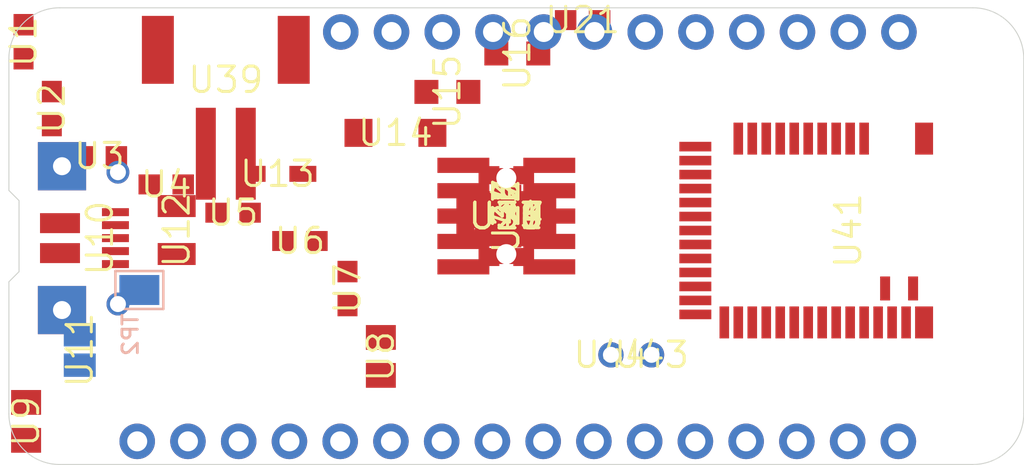
<source format=kicad_pcb>
 ( kicad_pcb  ( version 20171130 )
 ( host pcbnew "(5.1.4-0-10_14)" )
 ( general  ( thickness 1.6 )
 ( drawings 12 )
 ( tracks 0 )
 ( zones 0 )
 ( modules 46 )
 ( nets 70 )
)
 ( page A4 )
 ( layers  ( 0 Top signal )
 ( 31 Bottom signal )
 ( 32 B.Adhes user )
 ( 33 F.Adhes user hide )
 ( 34 B.Paste user )
 ( 35 F.Paste user )
 ( 36 B.SilkS user hide )
 ( 37 F.SilkS user )
 ( 38 B.Mask user )
 ( 39 F.Mask user hide )
 ( 40 Dwgs.User user )
 ( 41 Cmts.User user )
 ( 42 Eco1.User user )
 ( 43 Eco2.User user )
 ( 44 Edge.Cuts user )
 ( 45 Margin user )
 ( 46 B.CrtYd user )
 ( 47 F.CrtYd user )
 ( 48 B.Fab user )
 ( 49 F.Fab user )
)
 ( setup  ( last_trace_width 0.25 )
 ( trace_clearance 0.2 )
 ( zone_clearance 0.254 )
 ( zone_45_only no )
 ( trace_min 0.2 )
 ( via_size 0.8 )
 ( via_drill 0.4 )
 ( via_min_size 0.4 )
 ( via_min_drill 0.3 )
 ( uvia_size 0.3 )
 ( uvia_drill 0.1 )
 ( uvias_allowed yes )
 ( uvia_min_size 0.2 )
 ( uvia_min_drill 0.1 )
 ( edge_width 0.05 )
 ( segment_width 0.2 )
 ( pcb_text_width 0.3 )
 ( pcb_text_size 1.5 1.5 )
 ( mod_edge_width 0.12 )
 ( mod_text_size 1 1 )
 ( mod_text_width 0.15 )
 ( pad_size 2.413 2.413 )
 ( pad_drill 0.9 )
 ( pad_to_mask_clearance 0.051 )
 ( solder_mask_min_width 0.25 )
 ( aux_axis_origin 0 0 )
 ( visible_elements FFFFFF7F )
 ( pcbplotparams  ( layerselection 0x010fc_ffffffff )
 ( usegerberextensions false )
 ( usegerberattributes false )
 ( usegerberadvancedattributes false )
 ( creategerberjobfile false )
 ( excludeedgelayer true )
 ( linewidth 0.100000 )
 ( plotframeref false )
 ( viasonmask false )
 ( mode 1 )
 ( useauxorigin false )
 ( hpglpennumber 1 )
 ( hpglpenspeed 20 )
 ( hpglpendiameter 15.000000 )
 ( psnegative false )
 ( psa4output false )
 ( plotreference true )
 ( plotvalue true )
 ( plotinvisibletext false )
 ( padsonsilk false )
 ( subtractmaskfromsilk false )
 ( outputformat 1 )
 ( mirror false )
 ( drillshape 1 )
 ( scaleselection 1 )
 ( outputdirectory "" )
)
)
 ( net 0 "" )
 ( net 1 GND )
 ( net 2 3.3V )
 ( net 3 VBAT )
 ( net 4 VBUS )
 ( net 5 /RESET )
 ( net 6 /DFU )
 ( net 7 /TXD )
 ( net 8 /RXD )
 ( net 9 /MISO )
 ( net 10 /MOSI )
 ( net 11 /SCK )
 ( net 12 /A5/0.29 )
 ( net 13 /A4/0.28 )
 ( net 14 /A3/0.05 )
 ( net 15 /A2/0.04 )
 ( net 16 /A1/0.03 )
 ( net 17 /A0/0.02 )
 ( net 18 /SDA )
 ( net 19 /SCL )
 ( net 20 /P0.27 )
 ( net 21 /A6/P0.30 )
 ( net 22 /A7/P0.31 )
 ( net 23 /P0.11 )
 ( net 24 /P0.07 )
 ( net 25 /P0.15 )
 ( net 26 /P0.16 )
 ( net 27 /EN )
 ( net 28 "Net-(U1-Pad41)" )
 ( net 29 "Net-(U1-Pad40)" )
 ( net 30 /FRST )
 ( net 31 /SWDIO )
 ( net 32 /SWCLK )
 ( net 33 /LED2 )
 ( net 34 /SWO )
 ( net 35 /LED1 )
 ( net 36 /P0.10/NFC2 )
 ( net 37 /P0.09/NFC1 )
 ( net 38 "Net-(C2-Pad1)" )
 ( net 39 "Net-(C1-Pad1)" )
 ( net 40 "Net-(L2-Pad2)" )
 ( net 41 "Net-(C4-Pad1)" )
 ( net 42 "Net-(X1-Pad8)" )
 ( net 43 "Net-(D1-PadA)" )
 ( net 44 "Net-(D2-PadA)" )
 ( net 45 "Net-(R8-Pad1)" )
 ( net 46 "Net-(R3-Pad2)" )
 ( net 47 "Net-(C6-Pad1)" )
 ( net 48 "Net-(U2-Pad4)" )
 ( net 49 "Net-(X3-PadID)" )
 ( net 50 /USBD+ )
 ( net 51 /USBD- )
 ( net 52 "Net-(U4-Pad24)" )
 ( net 53 /DTR )
 ( net 54 "Net-(U4-Pad22)" )
 ( net 55 "Net-(R9-Pad1)" )
 ( net 56 "Net-(U4-Pad19)" )
 ( net 57 "Net-(U4-Pad18)" )
 ( net 58 "Net-(U4-Pad17)" )
 ( net 59 "Net-(C7-Pad1)" )
 ( net 60 "Net-(U4-Pad15)" )
 ( net 61 "Net-(U4-Pad14)" )
 ( net 62 "Net-(U4-Pad13)" )
 ( net 63 "Net-(U4-Pad12)" )
 ( net 64 "Net-(U4-Pad11)" )
 ( net 65 "Net-(U4-Pad10)" )
 ( net 66 "Net-(U4-Pad9)" )
 ( net 67 "Net-(U4-Pad1)" )
 ( net 68 "Net-(C11-Pad1)" )
 ( net 69 "Net-(CHG1-PadC)" )
 ( net_class Default "This is the default net class."  ( clearance 0.2 )
 ( trace_width 0.25 )
 ( via_dia 0.8 )
 ( via_drill 0.4 )
 ( uvia_dia 0.3 )
 ( uvia_drill 0.1 )
 ( add_net /A0/0.02 )
 ( add_net /A1/0.03 )
 ( add_net /A2/0.04 )
 ( add_net /A3/0.05 )
 ( add_net /A4/0.28 )
 ( add_net /A5/0.29 )
 ( add_net /A6/P0.30 )
 ( add_net /A7/P0.31 )
 ( add_net /DFU )
 ( add_net /DTR )
 ( add_net /EN )
 ( add_net /FRST )
 ( add_net /LED1 )
 ( add_net /LED2 )
 ( add_net /MISO )
 ( add_net /MOSI )
 ( add_net /P0.07 )
 ( add_net /P0.09/NFC1 )
 ( add_net /P0.10/NFC2 )
 ( add_net /P0.11 )
 ( add_net /P0.15 )
 ( add_net /P0.16 )
 ( add_net /P0.27 )
 ( add_net /RESET )
 ( add_net /RXD )
 ( add_net /SCK )
 ( add_net /SCL )
 ( add_net /SDA )
 ( add_net /SWCLK )
 ( add_net /SWDIO )
 ( add_net /SWO )
 ( add_net /TXD )
 ( add_net /USBD+ )
 ( add_net /USBD- )
 ( add_net 3.3V )
 ( add_net GND )
 ( add_net "Net-(C1-Pad1)" )
 ( add_net "Net-(C11-Pad1)" )
 ( add_net "Net-(C2-Pad1)" )
 ( add_net "Net-(C4-Pad1)" )
 ( add_net "Net-(C6-Pad1)" )
 ( add_net "Net-(C7-Pad1)" )
 ( add_net "Net-(CHG1-PadC)" )
 ( add_net "Net-(D1-PadA)" )
 ( add_net "Net-(D2-PadA)" )
 ( add_net "Net-(L2-Pad2)" )
 ( add_net "Net-(R3-Pad2)" )
 ( add_net "Net-(R8-Pad1)" )
 ( add_net "Net-(R9-Pad1)" )
 ( add_net "Net-(U1-Pad40)" )
 ( add_net "Net-(U1-Pad41)" )
 ( add_net "Net-(U2-Pad4)" )
 ( add_net "Net-(U4-Pad1)" )
 ( add_net "Net-(U4-Pad10)" )
 ( add_net "Net-(U4-Pad11)" )
 ( add_net "Net-(U4-Pad12)" )
 ( add_net "Net-(U4-Pad13)" )
 ( add_net "Net-(U4-Pad14)" )
 ( add_net "Net-(U4-Pad15)" )
 ( add_net "Net-(U4-Pad17)" )
 ( add_net "Net-(U4-Pad18)" )
 ( add_net "Net-(U4-Pad19)" )
 ( add_net "Net-(U4-Pad22)" )
 ( add_net "Net-(U4-Pad24)" )
 ( add_net "Net-(U4-Pad9)" )
 ( add_net "Net-(X1-Pad8)" )
 ( add_net "Net-(X3-PadID)" )
 ( add_net VBAT )
 ( add_net VBUS )
)
 ( module MS1 locked  ( layer Top )
 ( tedit 5ECEFCF5 )
 ( tstamp 5ECF00CD )
 ( at 148.550000 115.370000 )
 ( fp_text reference MS1  ( at -23.876 11.176 )
 ( layer F.SilkS )
hide  ( effects  ( font  ( size 1.27 1.27 )
 ( thickness 0.15 )
)
)
)
 ( fp_text value ""  ( at 0 0 )
 ( layer F.SilkS )
 ( effects  ( font  ( size 1.27 1.27 )
 ( thickness 0.15 )
)
)
)
 ( fp_poly  ( pts  ( xy 20 -1.05 )
 ( xy -20 -1.1 )
 ( xy -20 0.8 )
 ( xy 20 0.85 )
)
 ( layer F.CrtYd )
 ( width 0.1 )
)
 ( fp_poly  ( pts  ( xy 20 -1.05 )
 ( xy -20 -1.1 )
 ( xy -20 0.8 )
 ( xy 20 0.85 )
)
 ( layer B.CrtYd )
 ( width 0.1 )
)
 ( pad 1 thru_hole circle  ( at -19.026 -0.094 )
 ( size 1.778 1.778 )
 ( drill 1 )
 ( layers *.Cu *.Mask )
 ( net 5 /RESET )
 ( solder_mask_margin 0.0508 )
)
 ( pad 2 thru_hole circle  ( at -16.486 -0.094 )
 ( size 1.778 1.778 )
 ( drill 1 )
 ( layers *.Cu *.Mask )
 ( net 2 3.3V )
 ( solder_mask_margin 0.0508 )
)
 ( pad 3 thru_hole circle  ( at -13.946 -0.094 )
 ( size 1.778 1.778 )
 ( drill 1 )
 ( layers *.Cu *.Mask )
 ( net 2 3.3V )
 ( solder_mask_margin 0.0508 )
)
 ( pad 4 thru_hole circle  ( at -11.406 -0.094 )
 ( size 1.778 1.778 )
 ( drill 1 )
 ( layers *.Cu *.Mask )
 ( net 1 GND )
 ( solder_mask_margin 0.0508 )
)
 ( pad 16 thru_hole circle  ( at 19.074 -0.094 )
 ( size 1.778 1.778 )
 ( drill 1 )
 ( layers *.Cu *.Mask )
 ( net 6 /DFU )
 ( solder_mask_margin 0.0508 )
)
 ( pad 15 thru_hole circle  ( at 16.534 -0.094 )
 ( size 1.778 1.778 )
 ( drill 1 )
 ( layers *.Cu *.Mask )
 ( net 7 /TXD )
 ( solder_mask_margin 0.0508 )
)
 ( pad 14 thru_hole circle  ( at 13.994 -0.094 )
 ( size 1.778 1.778 )
 ( drill 1 )
 ( layers *.Cu *.Mask )
 ( net 8 /RXD )
 ( solder_mask_margin 0.0508 )
)
 ( pad 13 thru_hole circle  ( at 11.454 -0.094 )
 ( size 1.778 1.778 )
 ( drill 1 )
 ( layers *.Cu *.Mask )
 ( net 9 /MISO )
 ( solder_mask_margin 0.0508 )
)
 ( pad 12 thru_hole circle  ( at 8.914 -0.094 )
 ( size 1.778 1.778 )
 ( drill 1 )
 ( layers *.Cu *.Mask )
 ( net 10 /MOSI )
 ( solder_mask_margin 0.0508 )
)
 ( pad 11 thru_hole circle  ( at 6.374 -0.094 )
 ( size 1.778 1.778 )
 ( drill 1 )
 ( layers *.Cu *.Mask )
 ( net 11 /SCK )
 ( solder_mask_margin 0.0508 )
)
 ( pad 10 thru_hole circle  ( at 3.834 -0.094 )
 ( size 1.778 1.778 )
 ( drill 1 )
 ( layers *.Cu *.Mask )
 ( net 12 /A5/0.29 )
 ( solder_mask_margin 0.0508 )
)
 ( pad 9 thru_hole circle  ( at 1.294 -0.094 )
 ( size 1.778 1.778 )
 ( drill 1 )
 ( layers *.Cu *.Mask )
 ( net 13 /A4/0.28 )
 ( solder_mask_margin 0.0508 )
)
 ( pad 8 thru_hole circle  ( at -1.246 -0.094 )
 ( size 1.778 1.778 )
 ( drill 1 )
 ( layers *.Cu *.Mask )
 ( net 14 /A3/0.05 )
 ( solder_mask_margin 0.0508 )
)
 ( pad 7 thru_hole circle  ( at -3.786 -0.094 )
 ( size 1.778 1.778 )
 ( drill 1 )
 ( layers *.Cu *.Mask )
 ( net 15 /A2/0.04 )
 ( solder_mask_margin 0.0508 )
)
 ( pad 6 thru_hole circle  ( at -6.326 -0.094 )
 ( size 1.778 1.778 )
 ( drill 1 )
 ( layers *.Cu *.Mask )
 ( net 16 /A1/0.03 )
 ( solder_mask_margin 0.0508 )
)
 ( pad 5 thru_hole circle  ( at -8.866 -0.094 )
 ( size 1.778 1.778 )
 ( drill 1 )
 ( layers *.Cu *.Mask )
 ( net 17 /A0/0.02 )
 ( solder_mask_margin 0.0508 )
)
)
 ( module MS2 locked  ( layer Top )
 ( tedit 5ECEFC9F )
 ( tstamp 5ECEFD2A )
 ( at 153.680000 94.750000 )
 ( fp_text reference MS2  ( at -23.876 11.176 )
 ( layer F.SilkS )
hide  ( effects  ( font  ( size 1.27 1.27 )
 ( thickness 0.15 )
)
)
)
 ( fp_text value ""  ( at -0.1 0.2 )
 ( layer F.SilkS )
 ( effects  ( font  ( size 1.27 1.27 )
 ( thickness 0.15 )
)
)
)
 ( fp_poly  ( pts  ( xy 14.9 -0.9 )
 ( xy -14.85 -0.9 )
 ( xy -14.85 0.95 )
 ( xy 14.9 0.95 )
)
 ( layer F.CrtYd )
 ( width 0.1 )
)
 ( fp_poly  ( pts  ( xy 14.9 -0.9 )
 ( xy -14.85 -0.9 )
 ( xy -14.85 0.95 )
 ( xy 14.9 0.95 )
)
 ( layer B.CrtYd )
 ( width 0.1 )
)
 ( pad 17 thru_hole circle  ( at 13.974 0.036 )
 ( size 1.778 1.778 )
 ( drill 1 )
 ( layers *.Cu *.Mask )
 ( net 18 /SDA )
 ( solder_mask_margin 0.0508 )
)
 ( pad 18 thru_hole circle  ( at 11.434 0.036 )
 ( size 1.778 1.778 )
 ( drill 1 )
 ( layers *.Cu *.Mask )
 ( net 19 /SCL )
 ( solder_mask_margin 0.0508 )
)
 ( pad 19 thru_hole circle  ( at 8.894 0.036 )
 ( size 1.778 1.778 )
 ( drill 1 )
 ( layers *.Cu *.Mask )
 ( net 20 /P0.27 )
 ( solder_mask_margin 0.0508 )
)
 ( pad 20 thru_hole circle  ( at 6.354 0.036 )
 ( size 1.778 1.778 )
 ( drill 1 )
 ( layers *.Cu *.Mask )
 ( net 21 /A6/P0.30 )
 ( solder_mask_margin 0.0508 )
)
 ( pad 21 thru_hole circle  ( at 3.814 0.036 )
 ( size 1.778 1.778 )
 ( drill 1 )
 ( layers *.Cu *.Mask )
 ( net 22 /A7/P0.31 )
 ( solder_mask_margin 0.0508 )
)
 ( pad 22 thru_hole circle  ( at 1.274 0.036 )
 ( size 1.778 1.778 )
 ( drill 1 )
 ( layers *.Cu *.Mask )
 ( net 23 /P0.11 )
 ( solder_mask_margin 0.0508 )
)
 ( pad 23 thru_hole circle  ( at -1.266 0.036 )
 ( size 1.778 1.778 )
 ( drill 1 )
 ( layers *.Cu *.Mask )
 ( net 24 /P0.07 )
 ( solder_mask_margin 0.0508 )
)
 ( pad 24 thru_hole circle  ( at -3.806 0.036 )
 ( size 1.778 1.778 )
 ( drill 1 )
 ( layers *.Cu *.Mask )
 ( net 25 /P0.15 )
 ( solder_mask_margin 0.0508 )
)
 ( pad 25 thru_hole circle  ( at -6.346 0.036 )
 ( size 1.778 1.778 )
 ( drill 1 )
 ( layers *.Cu *.Mask )
 ( net 26 /P0.16 )
 ( solder_mask_margin 0.0508 )
)
 ( pad 26 thru_hole circle  ( at -8.886 0.036 )
 ( size 1.778 1.778 )
 ( drill 1 )
 ( layers *.Cu *.Mask )
 ( net 4 VBUS )
 ( solder_mask_margin 0.0508 )
)
 ( pad 27 thru_hole circle  ( at -11.426 0.036 )
 ( size 1.778 1.778 )
 ( drill 1 )
 ( layers *.Cu *.Mask )
 ( net 27 /EN )
 ( solder_mask_margin 0.0508 )
)
 ( pad 28 thru_hole circle  ( at -13.966 0.036 )
 ( size 1.778 1.778 )
 ( drill 1 )
 ( layers *.Cu *.Mask )
 ( net 3 VBAT )
 ( solder_mask_margin 0.0508 )
)
)
 ( module "Adafruit nRF52 Bluefruit Feather:JSTPH2" locked  ( layer Top )
 ( tedit 5DD6DA47 )
 ( tstamp 5DD6D218 )
 ( at 133.958000 98.702800 )
 ( fp_text reference U39  ( at 0 -1.524 )
 ( layer F.SilkS )
 ( effects  ( font  ( size 1.27 1.27 )
 ( thickness 0.15 )
)
)
)
 ( fp_text value ""  ( at 0 -1.524 )
 ( layer F.SilkS )
 ( effects  ( font  ( size 1.27 1.27 )
 ( thickness 0.15 )
)
)
)
 ( fp_poly  ( pts  ( xy 4 -4.524 )
 ( xy 4.0132 2.9972 )
 ( xy 3.2004 2.9972 )
 ( xy 3.2004 0.4318 )
 ( xy -3.2004 0.4318 )
 ( xy -3.2004 2.9718 )
 ( xy -3.9878 2.9718 )
 ( xy -3.9878 -4.5466 )
)
 ( layer F.CrtYd )
 ( width 0.1 )
)
 ( pad NC2 smd rect  ( at 3.4 -3.024 90.000000 )
 ( size 3.4 1.6 )
 ( layers Top F.Mask F.Paste )
 ( solder_mask_margin 0.0508 )
)
 ( pad NC1 smd rect  ( at -3.4 -3.024 90.000000 )
 ( size 3.4 1.6 )
 ( layers Top F.Mask F.Paste )
 ( solder_mask_margin 0.0508 )
)
 ( pad 2 smd rect  ( at 1 2.176 )
 ( size 1 4.6 )
 ( layers Top F.Mask F.Paste )
 ( net 3 VBAT )
 ( solder_mask_margin 0.0508 )
)
 ( pad 1 smd rect  ( at -1 2.176 )
 ( size 1 4.6 )
 ( layers Top F.Mask F.Paste )
 ( net 1 GND )
 ( solder_mask_margin 0.0508 )
)
)
 ( module "Adafruit nRF52 Bluefruit Feather:4UCONN_20329_V2" locked  ( layer Top )
 ( tedit 5DD6E28E )
 ( tstamp 5DD6D241 )
 ( at 125.626800 105.103600 270.000000 )
 ( fp_text reference U10  ( at 0 -2.032 90 )
 ( layer F.SilkS )
 ( effects  ( font  ( size 1.27 1.27 )
 ( thickness 0.15 )
)
)
)
 ( fp_text value ""  ( at 0 -2.032 90 )
 ( layer F.SilkS )
 ( effects  ( font  ( size 1.27 1.27 )
 ( thickness 0.15 )
)
)
)
 ( fp_poly  ( pts  ( xy 4.953 2.921 )
 ( xy -4.826 2.921 )
 ( xy -4.826 -3.048 )
 ( xy 4.953 -3.048 )
)
 ( layer F.CrtYd )
 ( width 0.1 )
)
 ( pad BASE@2 smd rect  ( at 0.75 -0.032 )
 ( size 2 1 )
 ( layers Top F.Mask F.Paste )
 ( net 1 GND )
 ( solder_mask_margin 0.0508 )
)
 ( pad BASE@1 smd rect  ( at -0.75 -0.032 )
 ( size 2 1 )
 ( layers Top F.Mask F.Paste )
 ( net 1 GND )
 ( solder_mask_margin 0.0508 )
)
 ( pad GND smd rect  ( at 1.3 -2.807 270.000000 )
 ( size 0.4 1.35 )
 ( layers Top )
 ( net 1 GND )
 ( solder_mask_margin 0.0508 )
)
 ( pad ID smd rect  ( at 0.65 -2.807 270.000000 )
 ( size 0.4 1.35 )
 ( layers Top )
 ( net 49 "Net-(X3-PadID)" )
 ( solder_mask_margin 0.0508 )
)
 ( pad D+ smd rect  ( at 0 -2.807 270.000000 )
 ( size 0.4 1.35 )
 ( layers Top )
 ( net 50 /USBD+ )
 ( solder_mask_margin 0.0508 )
)
 ( pad D- smd rect  ( at -0.65 -2.807 270.000000 )
 ( size 0.4 1.35 )
 ( layers Top )
 ( net 51 /USBD- )
 ( solder_mask_margin 0.0508 )
)
 ( pad VBUS smd rect  ( at -1.3 -2.807 270.000000 )
 ( size 0.4 1.35 )
 ( layers Top )
 ( net 4 VBUS )
 ( solder_mask_margin 0.0508 )
)
 ( pad SPRT@2 thru_hole circle  ( at 3.3 -2.932 270.000000 )
 ( size 1.143 1.143 )
 ( drill 0.8 )
 ( layers *.Cu *.Mask )
 ( net 1 GND )
 ( solder_mask_margin 0.0508 )
)
 ( pad SPRT@1 thru_hole circle  ( at -3.3 -2.932 90.000000 )
 ( size 1.143 1.143 )
 ( drill 0.8 )
 ( layers *.Cu *.Mask )
 ( net 1 GND )
 ( solder_mask_margin 0.0508 )
)
 ( pad SPRT@3 thru_hole rect  ( at -3.6 -0.132 )
 ( size 2.413 2.413 )
 ( drill 0.9 )
 ( layers *.Cu *.Mask )
)
 ( pad SPRT@4 thru_hole rect  ( at 3.6 -0.132 )
 ( size 2.413 2.413 )
 ( drill 0.9 )
 ( layers *.Cu *.Mask )
)
)
 ( module "Adafruit nRF52 Bluefruit Feather:0603-NO"  ( layer Top )
 ( tedit 5DD6E39B )
 ( tstamp 5DD6D33D )
 ( at 123.834099 95.271600 270.000000 )
 ( fp_text reference U1  ( at 0 0 270 )
 ( layer F.SilkS )
 ( effects  ( font  ( size 1.27 1.27 )
 ( thickness 0.15 )
)
)
)
 ( fp_text value ""  ( at 0 0 270 )
 ( layer F.SilkS )
 ( effects  ( font  ( size 1.27 1.27 )
 ( thickness 0.15 )
)
)
)
 ( fp_poly  ( pts  ( xy 1.473 0.508 )
 ( xy -1.473 0.508 )
 ( xy -1.473 -0.508 )
 ( xy 1.473 -0.508 )
)
 ( layer F.CrtYd )
 ( width 0.1 )
)
 ( pad 2 smd rect  ( at 0.85 0 270.000000 )
 ( size 1.075 1 )
 ( layers Top F.Mask F.Paste )
 ( net 53 /DTR )
 ( solder_mask_margin 0.0508 )
)
 ( pad 1 smd rect  ( at -0.85 0 270.000000 )
 ( size 1.075 1 )
 ( layers Top F.Mask F.Paste )
 ( net 68 "Net-(C11-Pad1)" )
 ( solder_mask_margin 0.0508 )
)
)
 ( module "Adafruit nRF52 Bluefruit Feather:0603-NO"  ( layer Top )
 ( tedit 5DD6E390 )
 ( tstamp 5DD6D364 )
 ( at 125.250099 98.617600 270.000000 )
 ( fp_text reference U2  ( at 0 0 270 )
 ( layer F.SilkS )
 ( effects  ( font  ( size 1.27 1.27 )
 ( thickness 0.15 )
)
)
)
 ( fp_text value ""  ( at 0 0 270 )
 ( layer F.SilkS )
 ( effects  ( font  ( size 1.27 1.27 )
 ( thickness 0.15 )
)
)
)
 ( fp_poly  ( pts  ( xy 1.473 0.508 )
 ( xy -1.473 0.508 )
 ( xy -1.473 -0.508 )
 ( xy 1.473 -0.508 )
)
 ( layer F.CrtYd )
 ( width 0.1 )
)
 ( pad 2 smd rect  ( at 0.85 0 270.000000 )
 ( size 1.075 1 )
 ( layers Top F.Mask F.Paste )
 ( net 8 /RXD )
 ( solder_mask_margin 0.0508 )
)
 ( pad 1 smd rect  ( at -0.85 0 270.000000 )
 ( size 1.075 1 )
 ( layers Top F.Mask F.Paste )
 ( net 55 "Net-(R9-Pad1)" )
 ( solder_mask_margin 0.0508 )
)
)
 ( module "Adafruit nRF52 Bluefruit Feather:0603-NO"  ( layer Top )
 ( tedit 5DD6E361 )
 ( tstamp 5DD6D232 )
 ( at 127.631099 100.998600 )
 ( fp_text reference U3  ( at 0 0 )
 ( layer F.SilkS )
 ( effects  ( font  ( size 1.27 1.27 )
 ( thickness 0.15 )
)
)
)
 ( fp_text value ""  ( at 0 0 )
 ( layer F.SilkS )
 ( effects  ( font  ( size 1.27 1.27 )
 ( thickness 0.15 )
)
)
)
 ( fp_poly  ( pts  ( xy 1.473 0.635 )
 ( xy -1.473 0.635 )
 ( xy -1.473 -0.635 )
 ( xy 1.473 -0.635 )
)
 ( layer F.CrtYd )
 ( width 0.1 )
)
 ( pad 2 smd rect  ( at 0.85 0 )
 ( size 1.075 1 )
 ( layers Top F.Mask F.Paste )
 ( net 47 "Net-(C6-Pad1)" )
 ( solder_mask_margin 0.0508 )
)
 ( pad 1 smd rect  ( at -0.85 0 )
 ( size 1.075 1 )
 ( layers Top F.Mask F.Paste )
 ( net 27 /EN )
 ( solder_mask_margin 0.0508 )
)
)
 ( module "Adafruit nRF52 Bluefruit Feather:0603-NO"  ( layer Top )
 ( tedit 5DD6E35B )
 ( tstamp 5DD6D3C1 )
 ( at 130.977099 102.414600 180.000000 )
 ( fp_text reference U4  ( at 0 0 )
 ( layer F.SilkS )
 ( effects  ( font  ( size 1.27 1.27 )
 ( thickness 0.15 )
)
)
)
 ( fp_text value ""  ( at 0 0 )
 ( layer F.SilkS )
 ( effects  ( font  ( size 1.27 1.27 )
 ( thickness 0.15 )
)
)
)
 ( fp_poly  ( pts  ( xy 1.473 0.635 )
 ( xy -1.473 0.635 )
 ( xy -1.473 -0.635 )
 ( xy 1.473 -0.635 )
)
 ( layer F.CrtYd )
 ( width 0.1 )
)
 ( pad 2 smd rect  ( at 0.85 0 180.000000 )
 ( size 1.075 1 )
 ( layers Top F.Mask F.Paste )
 ( net 1 GND )
 ( solder_mask_margin 0.0508 )
)
 ( pad 1 smd rect  ( at -0.85 0 180.000000 )
 ( size 1.075 1 )
 ( layers Top F.Mask F.Paste )
 ( net 22 /A7/P0.31 )
 ( solder_mask_margin 0.0508 )
)
)
 ( module "Adafruit nRF52 Bluefruit Feather:0603-NO"  ( layer Top )
 ( tedit 5DD6E34E )
 ( tstamp 5DD6D1D2 )
 ( at 134.323099 103.830600 )
 ( fp_text reference U5  ( at 0 0 )
 ( layer F.SilkS )
 ( effects  ( font  ( size 1.27 1.27 )
 ( thickness 0.15 )
)
)
)
 ( fp_text value ""  ( at 0 0 )
 ( layer F.SilkS )
 ( effects  ( font  ( size 1.27 1.27 )
 ( thickness 0.15 )
)
)
)
 ( fp_poly  ( pts  ( xy 1.473 0.508 )
 ( xy -1.473 0.508 )
 ( xy -1.473 -0.508 )
 ( xy 1.473 -0.508 )
)
 ( layer F.CrtYd )
 ( width 0.1 )
)
 ( pad 2 smd rect  ( at 0.85 0 )
 ( size 1.075 1 )
 ( layers Top F.Mask F.Paste )
 ( net 22 /A7/P0.31 )
 ( solder_mask_margin 0.0508 )
)
 ( pad 1 smd rect  ( at -0.85 0 )
 ( size 1.075 1 )
 ( layers Top F.Mask F.Paste )
 ( net 3 VBAT )
 ( solder_mask_margin 0.0508 )
)
)
 ( module "Adafruit nRF52 Bluefruit Feather:0603-NO"  ( layer Top )
 ( tedit 5DD6E33E )
 ( tstamp 5DD6D1E1 )
 ( at 137.669099 105.246600 )
 ( fp_text reference U6  ( at 0 0 )
 ( layer F.SilkS )
 ( effects  ( font  ( size 1.27 1.27 )
 ( thickness 0.15 )
)
)
)
 ( fp_text value ""  ( at 0 0 )
 ( layer F.SilkS )
 ( effects  ( font  ( size 1.27 1.27 )
 ( thickness 0.15 )
)
)
)
 ( fp_poly  ( pts  ( xy 1.473 0.635 )
 ( xy -1.473 0.635 )
 ( xy -1.473 -0.635 )
 ( xy 1.473 -0.635 )
)
 ( layer F.CrtYd )
 ( width 0.1 )
)
 ( pad 2 smd rect  ( at 0.85 0 )
 ( size 1.075 1 )
 ( layers Top F.Mask F.Paste )
 ( net 1 GND )
 ( solder_mask_margin 0.0508 )
)
 ( pad 1 smd rect  ( at -0.85 0 )
 ( size 1.075 1 )
 ( layers Top F.Mask F.Paste )
 ( net 22 /A7/P0.31 )
 ( solder_mask_margin 0.0508 )
)
)
 ( module "Adafruit nRF52 Bluefruit Feather:0603-NO"  ( layer Top )
 ( tedit 5DD6E32C )
 ( tstamp 5DD6D311 )
 ( at 140.050099 107.627600 90.000000 )
 ( fp_text reference U7  ( at 0 0 90 )
 ( layer F.SilkS )
 ( effects  ( font  ( size 1.27 1.27 )
 ( thickness 0.15 )
)
)
)
 ( fp_text value ""  ( at 0 0 90 )
 ( layer F.SilkS )
 ( effects  ( font  ( size 1.27 1.27 )
 ( thickness 0.15 )
)
)
)
 ( fp_poly  ( pts  ( xy 1.473 0.635 )
 ( xy -1.473 0.635 )
 ( xy -1.473 -0.635 )
 ( xy 1.473 -0.635 )
)
 ( layer F.CrtYd )
 ( width 0.1 )
)
 ( pad 2 smd rect  ( at 0.85 0 90.000000 )
 ( size 1.075 1 )
 ( layers Top F.Mask F.Paste )
 ( net 1 GND )
 ( solder_mask_margin 0.0508 )
)
 ( pad 1 smd rect  ( at -0.85 0 90.000000 )
 ( size 1.075 1 )
 ( layers Top F.Mask F.Paste )
 ( net 2 3.3V )
 ( solder_mask_margin 0.0508 )
)
)
 ( module "Adafruit nRF52 Bluefruit Feather:0805-NO"  ( layer Top )
 ( tedit 5DD6E322 )
 ( tstamp 5DD6D1FA )
 ( at 141.720099 111.024600 90.000000 )
 ( fp_text reference U8  ( at 0 0 90 )
 ( layer F.SilkS )
 ( effects  ( font  ( size 1.27 1.27 )
 ( thickness 0.15 )
)
)
)
 ( fp_text value ""  ( at 0 0 90 )
 ( layer F.SilkS )
 ( effects  ( font  ( size 1.27 1.27 )
 ( thickness 0.15 )
)
)
)
 ( fp_poly  ( pts  ( xy 1.524 0.762 )
 ( xy -1.524 0.762 )
 ( xy -1.524 -0.762 )
 ( xy 1.524 -0.762 )
)
 ( layer F.CrtYd )
 ( width 0.1 )
)
 ( pad 2 smd rect  ( at 0.95 0 90.000000 )
 ( size 1.24 1.5 )
 ( layers Top F.Mask F.Paste )
 ( net 1 GND )
 ( solder_mask_margin 0.0508 )
)
 ( pad 1 smd rect  ( at -0.95 0 90.000000 )
 ( size 1.24 1.5 )
 ( layers Top F.Mask F.Paste )
 ( net 2 3.3V )
 ( solder_mask_margin 0.0508 )
)
)
 ( module "Adafruit nRF52 Bluefruit Feather:0805-NO"  ( layer Top )
 ( tedit 5DD6E315 )
 ( tstamp 5DD6D3F7 )
 ( at 123.962000 114.276000 90.000000 )
 ( fp_text reference U9  ( at 0 0 90 )
 ( layer F.SilkS )
 ( effects  ( font  ( size 1.27 1.27 )
 ( thickness 0.15 )
)
)
)
 ( fp_text value ""  ( at 0 0 90 )
 ( layer F.SilkS )
 ( effects  ( font  ( size 1.27 1.27 )
 ( thickness 0.15 )
)
)
)
 ( fp_poly  ( pts  ( xy 1.524 0.762 )
 ( xy -1.524 0.762 )
 ( xy -1.524 -0.762 )
 ( xy 1.524 -0.762 )
)
 ( layer F.CrtYd )
 ( width 0.1 )
)
 ( pad 2 smd rect  ( at 0.95 0 90.000000 )
 ( size 1.24 1.5 )
 ( layers Top F.Mask F.Paste )
 ( net 1 GND )
 ( solder_mask_margin 0.0508 )
)
 ( pad 1 smd rect  ( at -0.95 0 90.000000 )
 ( size 1.24 1.5 )
 ( layers Top F.Mask F.Paste )
 ( net 59 "Net-(C7-Pad1)" )
 ( solder_mask_margin 0.0508 )
)
)
 ( module "Adafruit nRF52 Bluefruit Feather:SOLDERJUMPER_CLOSEDWIRE"  ( layer Bottom )
 ( tedit 5DD6E25F )
 ( tstamp 5DD6D3DA )
 ( at 126.648000 110.701000 270.000000 )
 ( fp_text reference U11  ( at 0 0 90 )
 ( layer F.SilkS )
 ( effects  ( font  ( size 1.27 1.27 )
 ( thickness 0.15 )
)
)
)
 ( fp_text value ""  ( at 0 0 90 )
 ( layer F.SilkS )
 ( effects  ( font  ( size 1.27 1.27 )
 ( thickness 0.15 )
)
)
)
 ( fp_poly  ( pts  ( xy 1.651 -1.016 )
 ( xy -1.651 -1.016 )
 ( xy -1.651 1.016 )
 ( xy 1.651 1.016 )
)
 ( layer B.CrtYd )
 ( width 0.1 )
)
 ( pad 2 smd rect  ( at 0.762 0 270.000000 )
 ( size 1.1684 1.6002 )
 ( layers Bottom )
 ( net 68 "Net-(C11-Pad1)" )
 ( solder_mask_margin 0.0508 )
)
 ( pad 1 smd rect  ( at -0.762 0 270.000000 )
 ( size 1.1684 1.6002 )
 ( layers Bottom )
 ( net 5 /RESET )
 ( solder_mask_margin 0.0508 )
)
)
 ( module "Adafruit nRF52 Bluefruit Feather:PAD-1.5X2.0"  ( layer Bottom )
 ( tedit 5DD6E027 )
 ( tstamp 5DD6D373 )
 ( at 129.632000 107.700000 270.000000 )
 ( descr "1.5 x 2.0mm SMT pad (no solder paste)" )
 ( path /FA3D1D6B )
 ( fp_text reference TP2  ( at 1.1 0 270 )
 ( layer B.SilkS )
 ( effects  ( font  ( size 0.77216 0.77216 )
 ( thickness 0.138988 )
)
 ( justify left bottom mirror )
)
)
 ( fp_text value FRST  ( at 1.1 -0.7 270 )
 ( layer B.Fab )
 ( effects  ( font  ( size 0.38608 0.38608 )
 ( thickness 0.038608 )
)
 ( justify left bottom mirror )
)
)
 ( fp_line  ( start -0.95 -1.2 )
 ( end -0.95 1.2 )
 ( layer B.SilkS )
 ( width 0.127 )
)
 ( fp_line  ( start 0.95 -1.2 )
 ( end -0.95 -1.2 )
 ( layer B.SilkS )
 ( width 0.127 )
)
 ( fp_line  ( start 0.95 1.2 )
 ( end 0.95 -1.2 )
 ( layer B.SilkS )
 ( width 0.127 )
)
 ( fp_line  ( start -0.95 1.2 )
 ( end 0.95 1.2 )
 ( layer B.SilkS )
 ( width 0.127 )
)
 ( fp_poly  ( pts  ( xy 0.95 -1.2 )
 ( xy -0.95 -1.2 )
 ( xy -0.95 1.2 )
 ( xy 0.95 1.2 )
)
 ( layer B.CrtYd )
 ( width 0.1 )
)
 ( pad P$1 smd rect  ( at 0 0 270.000000 )
 ( size 1.5 2 )
 ( layers Bottom )
 ( net 30 /FRST )
 ( solder_mask_margin 0.0508 )
)
)
 ( module "Adafruit nRF52 Bluefruit Feather:XTAL3215"  ( layer Top )
 ( tedit 5DD6DEBE )
 ( tstamp 5DD6D3AC )
 ( at 131.499000 104.699000 90.000000 )
 ( fp_text reference U12  ( at 0 0 90 )
 ( layer F.SilkS )
 ( effects  ( font  ( size 1.27 1.27 )
 ( thickness 0.15 )
)
)
)
 ( fp_text value ""  ( at 0 0 90 )
 ( layer F.SilkS )
 ( effects  ( font  ( size 1.27 1.27 )
 ( thickness 0.15 )
)
)
)
 ( fp_poly  ( pts  ( xy 1.651 0.889 )
 ( xy -1.651 0.889 )
 ( xy -1.651 -0.889 )
 ( xy 1.651 -0.889 )
)
 ( layer F.CrtYd )
 ( width 0.1 )
)
 ( pad P$2 smd rect  ( at -1.2 0 270.000000 )
 ( size 1.1 1.9 )
 ( layers Top F.Mask F.Paste )
 ( net 38 "Net-(C2-Pad1)" )
 ( solder_mask_margin 0.0508 )
)
 ( pad P$1 smd rect  ( at 1.2 0 90.000000 )
 ( size 1.1 1.9 )
 ( layers Top F.Mask F.Paste )
 ( net 39 "Net-(C1-Pad1)" )
 ( solder_mask_margin 0.0508 )
)
)
 ( module "Adafruit nRF52 Bluefruit Feather:SOD-323"  ( layer Top )
 ( tedit 5DD6DE68 )
 ( tstamp 5DD6D320 )
 ( at 136.545000 101.886000 180.000000 )
 ( fp_text reference U13  ( at 0 0 180 )
 ( layer F.SilkS )
 ( effects  ( font  ( size 1.27 1.27 )
 ( thickness 0.15 )
)
)
)
 ( fp_text value ""  ( at 0 0 180 )
 ( layer F.SilkS )
 ( effects  ( font  ( size 1.27 1.27 )
 ( thickness 0.15 )
)
)
)
 ( fp_poly  ( pts  ( xy 1.524 0.762 )
 ( xy -1.524 0.762 )
 ( xy -1.524 -0.762 )
 ( xy 1.524 -0.762 )
)
 ( layer F.CrtYd )
 ( width 0.1 )
)
 ( pad A smd rect  ( at 1.27 0 180.000000 )
 ( size 1.35 0.8 )
 ( layers Top F.Mask F.Paste )
 ( net 5 /RESET )
 ( solder_mask_margin 0.0508 )
)
 ( pad C smd rect  ( at -1.27 0 180.000000 )
 ( size 1.35 0.8 )
 ( layers Top F.Mask F.Paste )
 ( net 2 3.3V )
 ( solder_mask_margin 0.0508 )
)
)
 ( module "Adafruit nRF52 Bluefruit Feather:SOD-123"  ( layer Top )
 ( tedit 5DD6DDF8 )
 ( tstamp 5DD6D37B )
 ( at 142.450000 99.835000 180.000000 )
 ( fp_text reference U14  ( at 0 0 180 )
 ( layer F.SilkS )
 ( effects  ( font  ( size 1.27 1.27 )
 ( thickness 0.15 )
)
)
)
 ( fp_text value ""  ( at 0 0 180 )
 ( layer F.SilkS )
 ( effects  ( font  ( size 1.27 1.27 )
 ( thickness 0.15 )
)
)
)
 ( fp_poly  ( pts  ( xy 2.032 0.889 )
 ( xy -1.778 0.889 )
 ( xy -1.778 -0.889 )
 ( xy 2.032 -0.889 )
)
 ( layer F.CrtYd )
 ( width 0.1 )
)
 ( pad A smd rect  ( at 1.85 0 270.000000 )
 ( size 1.4 1.4 )
 ( layers Top F.Mask F.Paste )
 ( net 4 VBUS )
 ( solder_mask_margin 0.0508 )
)
 ( pad C smd rect  ( at -1.85 0 270.000000 )
 ( size 1.4 1.4 )
 ( layers Top F.Mask F.Paste )
 ( net 47 "Net-(C6-Pad1)" )
 ( solder_mask_margin 0.0508 )
)
)
 ( module "Adafruit nRF52 Bluefruit Feather:CHIPLED_0805_NOOUTLINE"  ( layer Top )
 ( tedit 5DD6DDE2 )
 ( tstamp 5DD6D191 )
 ( at 145.050000 97.784000 270.000000 )
 ( fp_text reference U15  ( at 0 0 270 )
 ( layer F.SilkS )
 ( effects  ( font  ( size 1.27 1.27 )
 ( thickness 0.15 )
)
)
)
 ( fp_text value ""  ( at 0 0 270 )
 ( layer F.SilkS )
 ( effects  ( font  ( size 1.27 1.27 )
 ( thickness 0.15 )
)
)
)
 ( fp_poly  ( pts  ( xy 0.762 1.524 )
 ( xy -0.762 1.524 )
 ( xy -0.762 -1.397 )
 ( xy 0.762 -1.397 )
)
 ( layer F.CrtYd )
 ( width 0.1 )
)
 ( pad A smd rect  ( at 0 1.05 270.000000 )
 ( size 1.2 1.2 )
 ( layers Top F.Mask F.Paste )
 ( net 4 VBUS )
 ( solder_mask_margin 0.0508 )
)
 ( pad C smd rect  ( at 0 -1.05 270.000000 )
 ( size 1.2 1.2 )
 ( layers Top F.Mask F.Paste )
 ( net 69 "Net-(CHG1-PadC)" )
 ( solder_mask_margin 0.0508 )
)
)
 ( module "Adafruit nRF52 Bluefruit Feather:CHIPLED_0805_NOOUTLINE"  ( layer Top )
 ( tedit 5DD6DDD4 )
 ( tstamp 5DD6D114 )
 ( at 148.550000 95.860000 90.000000 )
 ( fp_text reference U16  ( at 0 0 90 )
 ( layer F.SilkS )
 ( effects  ( font  ( size 1.27 1.27 )
 ( thickness 0.15 )
)
)
)
 ( fp_text value ""  ( at 0 0 90 )
 ( layer F.SilkS )
 ( effects  ( font  ( size 1.27 1.27 )
 ( thickness 0.15 )
)
)
)
 ( fp_poly  ( pts  ( xy 0.762 1.524 )
 ( xy -0.762 1.524 )
 ( xy -0.762 -1.397 )
 ( xy 0.762 -1.397 )
)
 ( layer F.CrtYd )
 ( width 0.1 )
)
 ( pad A smd rect  ( at 0 1.05 90.000000 )
 ( size 1.2 1.2 )
 ( layers Top F.Mask F.Paste )
 ( net 43 "Net-(D1-PadA)" )
 ( solder_mask_margin 0.0508 )
)
 ( pad C smd rect  ( at 0 -1.05 90.000000 )
 ( size 1.2 1.2 )
 ( layers Top F.Mask F.Paste )
 ( net 1 GND )
 ( solder_mask_margin 0.0508 )
)
)
 ( module "Adafruit nRF52 Bluefruit Feather:0805-NO"  ( layer Top )
 ( tedit 5DD6DDA1 )
 ( tstamp 5DD6D164 )
 ( at 148.000000 104.000000 180.000000 )
 ( fp_text reference U17  ( at 0 0 180 )
 ( layer F.SilkS )
 ( effects  ( font  ( size 1.27 1.27 )
 ( thickness 0.15 )
)
)
)
 ( fp_text value ""  ( at 0 0 180 )
 ( layer F.SilkS )
 ( effects  ( font  ( size 1.27 1.27 )
 ( thickness 0.15 )
)
)
)
 ( fp_poly  ( pts  ( xy 1.524 0.889 )
 ( xy -1.524 0.889 )
 ( xy -1.524 -0.889 )
 ( xy 1.524 -0.889 )
)
 ( layer F.CrtYd )
 ( width 0.1 )
)
 ( pad 2 smd rect  ( at 0.95 0 180.000000 )
 ( size 1.24 1.5 )
 ( layers Top F.Mask F.Paste )
 ( net 40 "Net-(L2-Pad2)" )
 ( solder_mask_margin 0.0508 )
)
 ( pad 1 smd rect  ( at -0.95 0 180.000000 )
 ( size 1.24 1.5 )
 ( layers Top F.Mask F.Paste )
 ( net 41 "Net-(C4-Pad1)" )
 ( solder_mask_margin 0.0508 )
)
)
 ( module "Adafruit nRF52 Bluefruit Feather:0805-NO"  ( layer Top )
 ( tedit 5DD6DD9D )
 ( tstamp 5DD6D10A )
 ( at 148.000000 104.000000 180.000000 )
 ( fp_text reference U18  ( at 0 0 180 )
 ( layer F.SilkS )
 ( effects  ( font  ( size 1.27 1.27 )
 ( thickness 0.15 )
)
)
)
 ( fp_text value ""  ( at 0 0 180 )
 ( layer F.SilkS )
 ( effects  ( font  ( size 1.27 1.27 )
 ( thickness 0.15 )
)
)
)
 ( fp_poly  ( pts  ( xy 1.524 0.889 )
 ( xy -1.524 0.889 )
 ( xy -1.524 -0.889 )
 ( xy 1.524 -0.889 )
)
 ( layer F.CrtYd )
 ( width 0.1 )
)
 ( pad 2 smd rect  ( at 0.95 0 180.000000 )
 ( size 1.24 1.5 )
 ( layers Top F.Mask F.Paste )
 ( net 1 GND )
 ( solder_mask_margin 0.0508 )
)
 ( pad 1 smd rect  ( at -0.95 0 180.000000 )
 ( size 1.24 1.5 )
 ( layers Top F.Mask F.Paste )
 ( net 2 3.3V )
 ( solder_mask_margin 0.0508 )
)
)
 ( module "Adafruit nRF52 Bluefruit Feather:0805-NO"  ( layer Top )
 ( tedit 5DD6DD98 )
 ( tstamp 5DD6D1F0 )
 ( at 148.000000 104.000000 )
 ( fp_text reference U19  ( at 0 0 )
 ( layer F.SilkS )
 ( effects  ( font  ( size 1.27 1.27 )
 ( thickness 0.15 )
)
)
)
 ( fp_text value ""  ( at 0 0 )
 ( layer F.SilkS )
 ( effects  ( font  ( size 1.27 1.27 )
 ( thickness 0.15 )
)
)
)
 ( fp_poly  ( pts  ( xy 1.524 0.889 )
 ( xy -1.524 0.889 )
 ( xy -1.524 -0.889 )
 ( xy 1.524 -0.889 )
)
 ( layer F.CrtYd )
 ( width 0.1 )
)
 ( pad 2 smd rect  ( at 0.95 0 )
 ( size 1.24 1.5 )
 ( layers Top F.Mask F.Paste )
 ( net 1 GND )
 ( solder_mask_margin 0.0508 )
)
 ( pad 1 smd rect  ( at -0.95 0 )
 ( size 1.24 1.5 )
 ( layers Top F.Mask F.Paste )
 ( net 47 "Net-(C6-Pad1)" )
 ( solder_mask_margin 0.0508 )
)
)
 ( module "Adafruit nRF52 Bluefruit Feather:0805-NO"  ( layer Top )
 ( tedit 5DD6DD93 )
 ( tstamp 5DD6D1B9 )
 ( at 148.000000 104.000000 90.000000 )
 ( fp_text reference U20  ( at 0 0 90 )
 ( layer F.SilkS )
 ( effects  ( font  ( size 1.27 1.27 )
 ( thickness 0.15 )
)
)
)
 ( fp_text value ""  ( at 0 0 90 )
 ( layer F.SilkS )
 ( effects  ( font  ( size 1.27 1.27 )
 ( thickness 0.15 )
)
)
)
 ( fp_poly  ( pts  ( xy 1.524 0.889 )
 ( xy -1.524 0.889 )
 ( xy -1.524 -0.889 )
 ( xy 1.524 -0.889 )
)
 ( layer F.CrtYd )
 ( width 0.1 )
)
 ( pad 2 smd rect  ( at 0.95 0 90.000000 )
 ( size 1.24 1.5 )
 ( layers Top F.Mask F.Paste )
 ( net 1 GND )
 ( solder_mask_margin 0.0508 )
)
 ( pad 1 smd rect  ( at -0.95 0 90.000000 )
 ( size 1.24 1.5 )
 ( layers Top F.Mask F.Paste )
 ( net 3 VBAT )
 ( solder_mask_margin 0.0508 )
)
)
 ( module "Adafruit nRF52 Bluefruit Feather:0603-NO"  ( layer Top )
 ( tedit 5DD6DD60 )
 ( tstamp 5DD6D1C3 )
 ( at 151.819000 94.190000 )
 ( fp_text reference U21  ( at 0 0 )
 ( layer F.SilkS )
 ( effects  ( font  ( size 1.27 1.27 )
 ( thickness 0.15 )
)
)
)
 ( fp_text value ""  ( at 0 0 )
 ( layer F.SilkS )
 ( effects  ( font  ( size 1.27 1.27 )
 ( thickness 0.15 )
)
)
)
 ( fp_poly  ( pts  ( xy 1.473 0.729 )
 ( xy -1.473 0.729 )
 ( xy -1.473 -0.729 )
 ( xy 1.473 -0.729 )
)
 ( layer F.CrtYd )
 ( width 0.1 )
)
 ( pad 2 smd rect  ( at 0.85 0 )
 ( size 1.075 1 )
 ( layers Top F.Mask F.Paste )
 ( net 1 GND )
 ( solder_mask_margin 0.0508 )
)
 ( pad 1 smd rect  ( at -0.85 0 )
 ( size 1.075 1 )
 ( layers Top F.Mask F.Paste )
 ( net 45 "Net-(R8-Pad1)" )
 ( solder_mask_margin 0.0508 )
)
)
 ( module "Adafruit nRF52 Bluefruit Feather:0603-NO"  ( layer Top )
 ( tedit 5DD6DD56 )
 ( tstamp 5DD6D0FB )
 ( at 148.000000 104.000000 90.000000 )
 ( fp_text reference U22  ( at 0 0 90 )
 ( layer F.SilkS )
 ( effects  ( font  ( size 1.27 1.27 )
 ( thickness 0.15 )
)
)
)
 ( fp_text value ""  ( at 0 0 90 )
 ( layer F.SilkS )
 ( effects  ( font  ( size 1.27 1.27 )
 ( thickness 0.15 )
)
)
)
 ( fp_poly  ( pts  ( xy 1.473 0.729 )
 ( xy -1.473 0.729 )
 ( xy -1.473 -0.729 )
 ( xy 1.473 -0.729 )
)
 ( layer F.CrtYd )
 ( width 0.1 )
)
 ( pad 2 smd rect  ( at 0.85 0 90.000000 )
 ( size 1.075 1 )
 ( layers Top F.Mask F.Paste )
 ( net 1 GND )
 ( solder_mask_margin 0.0508 )
)
 ( pad 1 smd rect  ( at -0.85 0 90.000000 )
 ( size 1.075 1 )
 ( layers Top F.Mask F.Paste )
 ( net 38 "Net-(C2-Pad1)" )
 ( solder_mask_margin 0.0508 )
)
)
 ( module "Adafruit nRF52 Bluefruit Feather:0603-NO"  ( layer Top )
 ( tedit 5DD6DD52 )
 ( tstamp 5DD6D0EC )
 ( at 148.000000 104.000000 180.000000 )
 ( fp_text reference U23  ( at 0 0 180 )
 ( layer F.SilkS )
 ( effects  ( font  ( size 1.27 1.27 )
 ( thickness 0.15 )
)
)
)
 ( fp_text value ""  ( at 0 0 180 )
 ( layer F.SilkS )
 ( effects  ( font  ( size 1.27 1.27 )
 ( thickness 0.15 )
)
)
)
 ( fp_poly  ( pts  ( xy 1.473 0.729 )
 ( xy -1.473 0.729 )
 ( xy -1.473 -0.729 )
 ( xy 1.473 -0.729 )
)
 ( layer F.CrtYd )
 ( width 0.1 )
)
 ( pad 2 smd rect  ( at 0.85 0 180.000000 )
 ( size 1.075 1 )
 ( layers Top F.Mask F.Paste )
 ( net 1 GND )
 ( solder_mask_margin 0.0508 )
)
 ( pad 1 smd rect  ( at -0.85 0 180.000000 )
 ( size 1.075 1 )
 ( layers Top F.Mask F.Paste )
 ( net 39 "Net-(C1-Pad1)" )
 ( solder_mask_margin 0.0508 )
)
)
 ( module "Adafruit nRF52 Bluefruit Feather:0603-NO"  ( layer Top )
 ( tedit 5DD6DD4E )
 ( tstamp 5DD6D32E )
 ( at 148.000000 104.000000 180.000000 )
 ( fp_text reference U24  ( at 0 0 180 )
 ( layer F.SilkS )
 ( effects  ( font  ( size 1.27 1.27 )
 ( thickness 0.15 )
)
)
)
 ( fp_text value ""  ( at 0 0 180 )
 ( layer F.SilkS )
 ( effects  ( font  ( size 1.27 1.27 )
 ( thickness 0.15 )
)
)
)
 ( fp_poly  ( pts  ( xy 1.473 0.729 )
 ( xy -1.473 0.729 )
 ( xy -1.473 -0.729 )
 ( xy 1.473 -0.729 )
)
 ( layer F.CrtYd )
 ( width 0.1 )
)
 ( pad 2 smd rect  ( at 0.85 0 180.000000 )
 ( size 1.075 1 )
 ( layers Top F.Mask F.Paste )
 ( net 2 3.3V )
 ( solder_mask_margin 0.0508 )
)
 ( pad 1 smd rect  ( at -0.85 0 180.000000 )
 ( size 1.075 1 )
 ( layers Top F.Mask F.Paste )
 ( net 5 /RESET )
 ( solder_mask_margin 0.0508 )
)
)
 ( module "Adafruit nRF52 Bluefruit Feather:0603-NO"  ( layer Top )
 ( tedit 5DD6DD44 )
 ( tstamp 5DD6D146 )
 ( at 148.000000 104.000000 90.000000 )
 ( fp_text reference U25  ( at 0 0 90 )
 ( layer F.SilkS )
 ( effects  ( font  ( size 1.27 1.27 )
 ( thickness 0.15 )
)
)
)
 ( fp_text value ""  ( at 0 0 90 )
 ( layer F.SilkS )
 ( effects  ( font  ( size 1.27 1.27 )
 ( thickness 0.15 )
)
)
)
 ( fp_poly  ( pts  ( xy 1.473 0.729 )
 ( xy -1.473 0.729 )
 ( xy -1.473 -0.729 )
 ( xy 1.473 -0.729 )
)
 ( layer F.CrtYd )
 ( width 0.1 )
)
 ( pad 2 smd rect  ( at 0.85 0 90.000000 )
 ( size 1.075 1 )
 ( layers Top F.Mask F.Paste )
 ( net 35 /LED1 )
 ( solder_mask_margin 0.0508 )
)
 ( pad 1 smd rect  ( at -0.85 0 90.000000 )
 ( size 1.075 1 )
 ( layers Top F.Mask F.Paste )
 ( net 43 "Net-(D1-PadA)" )
 ( solder_mask_margin 0.0508 )
)
)
 ( module "Adafruit nRF52 Bluefruit Feather:0603-NO"  ( layer Top )
 ( tedit 5DD6DD3E )
 ( tstamp 5DD6D39D )
 ( at 148.000000 104.000000 )
 ( fp_text reference U26  ( at 0 0 )
 ( layer F.SilkS )
 ( effects  ( font  ( size 1.27 1.27 )
 ( thickness 0.15 )
)
)
)
 ( fp_text value ""  ( at 0 0 )
 ( layer F.SilkS )
 ( effects  ( font  ( size 1.27 1.27 )
 ( thickness 0.15 )
)
)
)
 ( fp_poly  ( pts  ( xy 1.473 0.729 )
 ( xy -1.473 0.729 )
 ( xy -1.473 -0.729 )
 ( xy 1.473 -0.729 )
)
 ( layer F.CrtYd )
 ( width 0.1 )
)
 ( pad 2 smd rect  ( at 0.85 0 )
 ( size 1.075 1 )
 ( layers Top F.Mask F.Paste )
 ( net 4 VBUS )
 ( solder_mask_margin 0.0508 )
)
 ( pad 1 smd rect  ( at -0.85 0 )
 ( size 1.075 1 )
 ( layers Top F.Mask F.Paste )
 ( net 1 GND )
 ( solder_mask_margin 0.0508 )
)
)
 ( module "Adafruit nRF52 Bluefruit Feather:0603-NO"  ( layer Top )
 ( tedit 5DD6DD39 )
 ( tstamp 5DD6D1AA )
 ( at 148.000000 104.000000 )
 ( fp_text reference U27  ( at 0 0 )
 ( layer F.SilkS )
 ( effects  ( font  ( size 1.27 1.27 )
 ( thickness 0.15 )
)
)
)
 ( fp_text value ""  ( at 0 0 )
 ( layer F.SilkS )
 ( effects  ( font  ( size 1.27 1.27 )
 ( thickness 0.15 )
)
)
)
 ( fp_poly  ( pts  ( xy 1.473 0.729 )
 ( xy -1.473 0.729 )
 ( xy -1.473 -0.729 )
 ( xy 1.473 -0.729 )
)
 ( layer F.CrtYd )
 ( width 0.1 )
)
 ( pad 2 smd rect  ( at 0.85 0 )
 ( size 1.075 1 )
 ( layers Top F.Mask F.Paste )
 ( net 46 "Net-(R3-Pad2)" )
 ( solder_mask_margin 0.0508 )
)
 ( pad 1 smd rect  ( at -0.85 0 )
 ( size 1.075 1 )
 ( layers Top F.Mask F.Paste )
 ( net 69 "Net-(CHG1-PadC)" )
 ( solder_mask_margin 0.0508 )
)
)
 ( module "Adafruit nRF52 Bluefruit Feather:_0603MP"  ( layer Top )
 ( tedit 5DD6DCDD )
 ( tstamp 5DD6D419 )
 ( at 148.000000 104.000000 180.000000 )
 ( fp_text reference U28  ( at 0 0 180 )
 ( layer F.SilkS )
 ( effects  ( font  ( size 1.27 1.27 )
 ( thickness 0.15 )
)
)
)
 ( fp_text value ""  ( at 0 0 180 )
 ( layer F.SilkS )
 ( effects  ( font  ( size 1.27 1.27 )
 ( thickness 0.15 )
)
)
)
 ( fp_poly  ( pts  ( xy 0.8 0.4 )
 ( xy -0.8 0.4 )
 ( xy -0.8 -0.4 )
 ( xy 0.8 -0.4 )
)
 ( layer F.CrtYd )
 ( width 0.1 )
)
 ( pad 2 smd rect  ( at 0.762 0 180.000000 )
 ( size 0.8 0.8 )
 ( layers Top F.Mask F.Paste )
 ( net 1 GND )
 ( solder_mask_margin 0.0508 )
)
 ( pad 1 smd rect  ( at -0.762 0 180.000000 )
 ( size 0.8 0.8 )
 ( layers Top F.Mask F.Paste )
 ( net 36 /P0.10/NFC2 )
 ( solder_mask_margin 0.0508 )
)
)
 ( module "Adafruit nRF52 Bluefruit Feather:_0603MP"  ( layer Top )
 ( tedit 5DD6DCC0 )
 ( tstamp 5DD6D424 )
 ( at 148.000000 104.000000 180.000000 )
 ( fp_text reference U29  ( at 0 0 180 )
 ( layer F.SilkS )
 ( effects  ( font  ( size 1.27 1.27 )
 ( thickness 0.15 )
)
)
)
 ( fp_text value ""  ( at 0 0 180 )
 ( layer F.SilkS )
 ( effects  ( font  ( size 1.27 1.27 )
 ( thickness 0.15 )
)
)
)
 ( fp_poly  ( pts  ( xy 0.8 0.4 )
 ( xy -0.8 0.4 )
 ( xy -0.8 -0.4 )
 ( xy 0.8 -0.4 )
)
 ( layer F.CrtYd )
 ( width 0.1 )
)
 ( pad 2 smd rect  ( at 0.762 0 180.000000 )
 ( size 0.8 0.8 )
 ( layers Top F.Mask F.Paste )
 ( net 1 GND )
 ( solder_mask_margin 0.0508 )
)
 ( pad 1 smd rect  ( at -0.762 0 180.000000 )
 ( size 0.8 0.8 )
 ( layers Top F.Mask F.Paste )
 ( net 37 /P0.09/NFC1 )
 ( solder_mask_margin 0.0508 )
)
)
 ( module "Adafruit nRF52 Bluefruit Feather:SOT23-R"  ( layer Top )
 ( tedit 5DD6DC99 )
 ( tstamp 5DD6D38B )
 ( at 148.000000 104.000000 )
 ( fp_text reference U30  ( at 0 0 )
 ( layer F.SilkS )
 ( effects  ( font  ( size 1.27 1.27 )
 ( thickness 0.15 )
)
)
)
 ( fp_text value ""  ( at 0 0 )
 ( layer F.SilkS )
 ( effects  ( font  ( size 1.27 1.27 )
 ( thickness 0.15 )
)
)
)
 ( fp_poly  ( pts  ( xy 1.5724 0.6604 )
 ( xy -1.5724 0.6604 )
 ( xy -1.5724 -0.6604 )
 ( xy 1.5724 -0.6604 )
)
 ( layer F.CrtYd )
 ( width 0.1 )
)
 ( pad 1 smd rect  ( at -0.95 1 )
 ( size 0.635 1.016 )
 ( layers Top F.Mask F.Paste )
 ( net 4 VBUS )
 ( solder_mask_margin 0.0508 )
)
 ( pad 2 smd rect  ( at 0.95 1 )
 ( size 0.635 1.016 )
 ( layers Top F.Mask F.Paste )
 ( net 47 "Net-(C6-Pad1)" )
 ( solder_mask_margin 0.0508 )
)
 ( pad 3 smd rect  ( at 0 -1 )
 ( size 0.635 1.016 )
 ( layers Top F.Mask F.Paste )
 ( net 3 VBAT )
 ( solder_mask_margin 0.0508 )
)
)
 ( module "Adafruit nRF52 Bluefruit Feather:BTN_KMR2_4.6X2.8"  ( layer Top )
 ( tedit 5DD6DC85 )
 ( tstamp 5DD6D401 )
 ( at 148.000000 104.000000 )
 ( fp_text reference U31  ( at 0 0 )
 ( layer F.SilkS )
 ( effects  ( font  ( size 1.27 1.27 )
 ( thickness 0.15 )
)
)
)
 ( fp_text value ""  ( at 0 0 )
 ( layer F.SilkS )
 ( effects  ( font  ( size 1.27 1.27 )
 ( thickness 0.15 )
)
)
)
 ( fp_poly  ( pts  ( xy 2.1 1.4 )
 ( xy -2.1 1.4 )
 ( xy -2.1 -1.4 )
 ( xy 2.1 -1.4 )
)
 ( layer F.CrtYd )
 ( width 0.1 )
)
 ( pad A' smd rect  ( at -2.05 -0.8 )
 ( size 0.9 0.9 )
 ( layers Top F.Mask F.Paste )
 ( net 1 GND )
 ( solder_mask_margin 0.0508 )
)
 ( pad B' smd rect  ( at -2.05 0.8 )
 ( size 0.9 0.9 )
 ( layers Top F.Mask F.Paste )
 ( net 6 /DFU )
 ( solder_mask_margin 0.0508 )
)
 ( pad B smd rect  ( at 2.05 0.8 )
 ( size 0.9 0.9 )
 ( layers Top F.Mask F.Paste )
 ( net 6 /DFU )
 ( solder_mask_margin 0.0508 )
)
 ( pad A smd rect  ( at 2.05 -0.8 )
 ( size 0.9 0.9 )
 ( layers Top F.Mask F.Paste )
 ( net 1 GND )
 ( solder_mask_margin 0.0508 )
)
)
 ( module "Adafruit nRF52 Bluefruit Feather:BTN_KMR2_4.6X2.8"  ( layer Top )
 ( tedit 5DD6DC71 )
 ( tstamp 5DD6D34C )
 ( at 148.000000 104.000000 90.000000 )
 ( fp_text reference U32  ( at 0 0 90 )
 ( layer F.SilkS )
 ( effects  ( font  ( size 1.27 1.27 )
 ( thickness 0.15 )
)
)
)
 ( fp_text value ""  ( at 0 0 90 )
 ( layer F.SilkS )
 ( effects  ( font  ( size 1.27 1.27 )
 ( thickness 0.15 )
)
)
)
 ( fp_poly  ( pts  ( xy 2.1 1.4 )
 ( xy -2.1 1.4 )
 ( xy -2.1 -1.4 )
 ( xy 2.1 -1.4 )
)
 ( layer F.CrtYd )
 ( width 0.1 )
)
 ( pad A' smd rect  ( at -2.05 -0.8 90.000000 )
 ( size 0.9 0.9 )
 ( layers Top F.Mask F.Paste )
 ( net 5 /RESET )
 ( solder_mask_margin 0.0508 )
)
 ( pad B' smd rect  ( at -2.05 0.8 90.000000 )
 ( size 0.9 0.9 )
 ( layers Top F.Mask F.Paste )
 ( net 1 GND )
 ( solder_mask_margin 0.0508 )
)
 ( pad B smd rect  ( at 2.05 0.8 90.000000 )
 ( size 0.9 0.9 )
 ( layers Top F.Mask F.Paste )
 ( net 1 GND )
 ( solder_mask_margin 0.0508 )
)
 ( pad A smd rect  ( at 2.05 -0.8 90.000000 )
 ( size 0.9 0.9 )
 ( layers Top F.Mask F.Paste )
 ( net 5 /RESET )
 ( solder_mask_margin 0.0508 )
)
)
 ( module "Adafruit nRF52 Bluefruit Feather:SOT23-5"  ( layer Top )
 ( tedit 5DD6DC5A )
 ( tstamp 5DD6D17D )
 ( at 148.000000 104.000000 270.000000 )
 ( fp_text reference U33  ( at 0 0 270 )
 ( layer F.SilkS )
 ( effects  ( font  ( size 1.27 1.27 )
 ( thickness 0.15 )
)
)
)
 ( fp_text value ""  ( at 0 0 270 )
 ( layer F.SilkS )
 ( effects  ( font  ( size 1.27 1.27 )
 ( thickness 0.15 )
)
)
)
 ( fp_poly  ( pts  ( xy 1.4224 0.8104 )
 ( xy -1.4224 0.8104 )
 ( xy -1.4224 -0.8104 )
 ( xy 1.4224 -0.8104 )
)
 ( layer F.CrtYd )
 ( width 0.1 )
)
 ( pad 5 smd rect  ( at -0.95 -1.3001 270.000000 )
 ( size 0.55 1.2 )
 ( layers Top F.Mask F.Paste )
 ( net 45 "Net-(R8-Pad1)" )
 ( solder_mask_margin 0.0508 )
)
 ( pad 4 smd rect  ( at 0.95 -1.3001 270.000000 )
 ( size 0.55 1.2 )
 ( layers Top F.Mask F.Paste )
 ( net 4 VBUS )
 ( solder_mask_margin 0.0508 )
)
 ( pad 3 smd rect  ( at 0.95 1.3001 270.000000 )
 ( size 0.55 1.2 )
 ( layers Top F.Mask F.Paste )
 ( net 3 VBAT )
 ( solder_mask_margin 0.0508 )
)
 ( pad 2 smd rect  ( at 0 1.3001 270.000000 )
 ( size 0.55 1.2 )
 ( layers Top F.Mask F.Paste )
 ( net 1 GND )
 ( solder_mask_margin 0.0508 )
)
 ( pad 1 smd rect  ( at -0.95 1.3001 270.000000 )
 ( size 0.55 1.2 )
 ( layers Top F.Mask F.Paste )
 ( net 46 "Net-(R3-Pad2)" )
 ( solder_mask_margin 0.0508 )
)
)
 ( module "Adafruit nRF52 Bluefruit Feather:SOT23-5"  ( layer Top )
 ( tedit 5DD6DC40 )
 ( tstamp 5DD6D204 )
 ( at 148.000000 104.000000 90.000000 )
 ( fp_text reference U34  ( at 0 0 90 )
 ( layer F.SilkS )
 ( effects  ( font  ( size 1.27 1.27 )
 ( thickness 0.15 )
)
)
)
 ( fp_text value ""  ( at 0 0 90 )
 ( layer F.SilkS )
 ( effects  ( font  ( size 1.27 1.27 )
 ( thickness 0.15 )
)
)
)
 ( fp_poly  ( pts  ( xy 1.4224 0.8104 )
 ( xy -1.4224 0.8104 )
 ( xy -1.4224 -0.8104 )
 ( xy 1.4224 -0.8104 )
)
 ( layer F.CrtYd )
 ( width 0.1 )
)
 ( pad 5 smd rect  ( at -0.95 -1.3001 90.000000 )
 ( size 0.55 1.2 )
 ( layers Top F.Mask F.Paste )
 ( net 2 3.3V )
 ( solder_mask_margin 0.0508 )
)
 ( pad 4 smd rect  ( at 0.95 -1.3001 90.000000 )
 ( size 0.55 1.2 )
 ( layers Top F.Mask F.Paste )
 ( net 48 "Net-(U2-Pad4)" )
 ( solder_mask_margin 0.0508 )
)
 ( pad 3 smd rect  ( at 0.95 1.3001 90.000000 )
 ( size 0.55 1.2 )
 ( layers Top F.Mask F.Paste )
 ( net 27 /EN )
 ( solder_mask_margin 0.0508 )
)
 ( pad 2 smd rect  ( at 0 1.3001 90.000000 )
 ( size 0.55 1.2 )
 ( layers Top F.Mask F.Paste )
 ( net 1 GND )
 ( solder_mask_margin 0.0508 )
)
 ( pad 1 smd rect  ( at -0.95 1.3001 90.000000 )
 ( size 0.55 1.2 )
 ( layers Top F.Mask F.Paste )
 ( net 47 "Net-(C6-Pad1)" )
 ( solder_mask_margin 0.0508 )
)
)
 ( module "Adafruit nRF52 Bluefruit Feather:0603-NO"  ( layer Top )
 ( tedit 5DD6DAB7 )
 ( tstamp 5DD6D16E )
 ( at 148.000000 104.000000 )
 ( fp_text reference U35  ( at 0 0 )
 ( layer F.SilkS )
 ( effects  ( font  ( size 1.27 1.27 )
 ( thickness 0.15 )
)
)
)
 ( fp_text value ""  ( at 0 0 )
 ( layer F.SilkS )
 ( effects  ( font  ( size 1.27 1.27 )
 ( thickness 0.15 )
)
)
)
 ( fp_poly  ( pts  ( xy 1.4986 0.7366 )
 ( xy -1.4986 0.7366 )
 ( xy -1.4986 -0.762 )
 ( xy 1.4986 -0.762 )
)
 ( layer F.CrtYd )
 ( width 0.1 )
)
 ( pad 2 smd rect  ( at 0.85 0 )
 ( size 1.075 1 )
 ( layers Top F.Mask F.Paste )
 ( net 1 GND )
 ( solder_mask_margin 0.0508 )
)
 ( pad 1 smd rect  ( at -0.85 0 )
 ( size 1.075 1 )
 ( layers Top F.Mask F.Paste )
 ( net 41 "Net-(C4-Pad1)" )
 ( solder_mask_margin 0.0508 )
)
)
 ( module "Adafruit nRF52 Bluefruit Feather:0603-NO"  ( layer Top )
 ( tedit 5DD6DAAB )
 ( tstamp 5DD6D155 )
 ( at 148.000000 104.000000 180.000000 )
 ( fp_text reference U36  ( at 0 0 180 )
 ( layer F.SilkS )
 ( effects  ( font  ( size 1.27 1.27 )
 ( thickness 0.15 )
)
)
)
 ( fp_text value ""  ( at 0 0 180 )
 ( layer F.SilkS )
 ( effects  ( font  ( size 1.27 1.27 )
 ( thickness 0.15 )
)
)
)
 ( fp_poly  ( pts  ( xy 1.524 0.762 )
 ( xy -1.524 0.762 )
 ( xy -1.524 -0.762 )
 ( xy 1.524 -0.762 )
)
 ( layer F.CrtYd )
 ( width 0.1 )
)
 ( pad 2 smd rect  ( at 0.85 0 180.000000 )
 ( size 1.075 1 )
 ( layers Top F.Mask F.Paste )
 ( net 33 /LED2 )
 ( solder_mask_margin 0.0508 )
)
 ( pad 1 smd rect  ( at -0.85 0 180.000000 )
 ( size 1.075 1 )
 ( layers Top F.Mask F.Paste )
 ( net 44 "Net-(D2-PadA)" )
 ( solder_mask_margin 0.0508 )
)
)
 ( module "Adafruit nRF52 Bluefruit Feather:CHIPLED_0805_NOOUTLINE"  ( layer Top )
 ( tedit 5DD6DAA1 )
 ( tstamp 5DD6D12D )
 ( at 148.000000 104.000000 270.000000 )
 ( fp_text reference U37  ( at 0 0 270 )
 ( layer F.SilkS )
 ( effects  ( font  ( size 1.27 1.27 )
 ( thickness 0.15 )
)
)
)
 ( fp_text value ""  ( at 0 0 270 )
 ( layer F.SilkS )
 ( effects  ( font  ( size 1.27 1.27 )
 ( thickness 0.15 )
)
)
)
 ( fp_poly  ( pts  ( xy 0.762 1.778 )
 ( xy -0.762 1.778 )
 ( xy -0.762 -1.778 )
 ( xy 0.762 -1.778 )
)
 ( layer F.CrtYd )
 ( width 0.1 )
)
 ( pad A smd rect  ( at 0 1.05 270.000000 )
 ( size 1.2 1.2 )
 ( layers Top F.Mask F.Paste )
 ( net 44 "Net-(D2-PadA)" )
 ( solder_mask_margin 0.0508 )
)
 ( pad C smd rect  ( at 0 -1.05 270.000000 )
 ( size 1.2 1.2 )
 ( layers Top F.Mask F.Paste )
 ( net 1 GND )
 ( solder_mask_margin 0.0508 )
)
)
 ( module "Adafruit nRF52 Bluefruit Feather:QFN24_4MM_SMSC"  ( layer Top )
 ( tedit 5DD6DA53 )
 ( tstamp 5DD6D2E0 )
 ( at 148.000000 104.000000 270.000000 )
 ( fp_text reference U38  ( at 0 0 270 )
 ( layer F.SilkS )
 ( effects  ( font  ( size 1.27 1.27 )
 ( thickness 0.15 )
)
)
)
 ( fp_text value ""  ( at 0 0 270 )
 ( layer F.SilkS )
 ( effects  ( font  ( size 1.27 1.27 )
 ( thickness 0.15 )
)
)
)
 ( fp_poly  ( pts  ( xy 2 2 )
 ( xy -2 2 )
 ( xy -2 -2 )
 ( xy 2 -2 )
)
 ( layer F.CrtYd )
 ( width 0.1 )
)
 ( pad THERM smd rect  ( at 0 0 270.000000 )
 ( size 2.5 2.5 )
 ( layers Top )
 ( net 1 GND )
 ( solder_mask_margin 0.0508 )
)
 ( pad 24 smd roundrect  ( at -1.25 -2 180.000000 )
 ( size 0.8 0.28 )
 ( layers Top F.Mask F.Paste )
 ( roundrect_rratio 0.25 )
 ( net 52 "Net-(U4-Pad24)" )
 ( solder_mask_margin 0.0508 )
)
 ( pad 23 smd roundrect  ( at -0.75 -2 180.000000 )
 ( size 0.8 0.28 )
 ( layers Top F.Mask F.Paste )
 ( roundrect_rratio 0.25 )
 ( net 53 /DTR )
 ( solder_mask_margin 0.0508 )
)
 ( pad 22 smd roundrect  ( at -0.25 -2 180.000000 )
 ( size 0.8 0.28 )
 ( layers Top F.Mask F.Paste )
 ( roundrect_rratio 0.25 )
 ( net 54 "Net-(U4-Pad22)" )
 ( solder_mask_margin 0.0508 )
)
 ( pad 21 smd roundrect  ( at 0.25 -2 180.000000 )
 ( size 0.8 0.28 )
 ( layers Top F.Mask F.Paste )
 ( roundrect_rratio 0.25 )
 ( net 55 "Net-(R9-Pad1)" )
 ( solder_mask_margin 0.0508 )
)
 ( pad 20 smd roundrect  ( at 0.75 -2 180.000000 )
 ( size 0.8 0.28 )
 ( layers Top F.Mask F.Paste )
 ( roundrect_rratio 0.25 )
 ( net 7 /TXD )
 ( solder_mask_margin 0.0508 )
)
 ( pad 19 smd roundrect  ( at 1.25 -2 180.000000 )
 ( size 0.8 0.28 )
 ( layers Top F.Mask F.Paste )
 ( roundrect_rratio 0.25 )
 ( net 56 "Net-(U4-Pad19)" )
 ( solder_mask_margin 0.0508 )
)
 ( pad 18 smd roundrect  ( at 2 -1.25 270.000000 )
 ( size 0.8 0.28 )
 ( layers Top F.Mask F.Paste )
 ( roundrect_rratio 0.25 )
 ( net 57 "Net-(U4-Pad18)" )
 ( solder_mask_margin 0.0508 )
)
 ( pad 17 smd roundrect  ( at 2 -0.75 270.000000 )
 ( size 0.8 0.28 )
 ( layers Top F.Mask F.Paste )
 ( roundrect_rratio 0.25 )
 ( net 58 "Net-(U4-Pad17)" )
 ( solder_mask_margin 0.0508 )
)
 ( pad 16 smd roundrect  ( at 2 -0.25 270.000000 )
 ( size 0.8 0.28 )
 ( layers Top F.Mask F.Paste )
 ( roundrect_rratio 0.25 )
 ( net 59 "Net-(C7-Pad1)" )
 ( solder_mask_margin 0.0508 )
)
 ( pad 15 smd roundrect  ( at 2 0.25 270.000000 )
 ( size 0.8 0.28 )
 ( layers Top F.Mask F.Paste )
 ( roundrect_rratio 0.25 )
 ( net 60 "Net-(U4-Pad15)" )
 ( solder_mask_margin 0.0508 )
)
 ( pad 14 smd roundrect  ( at 2 0.75 270.000000 )
 ( size 0.8 0.28 )
 ( layers Top F.Mask F.Paste )
 ( roundrect_rratio 0.25 )
 ( net 61 "Net-(U4-Pad14)" )
 ( solder_mask_margin 0.0508 )
)
 ( pad 13 smd roundrect  ( at 2 1.25 270.000000 )
 ( size 0.8 0.28 )
 ( layers Top F.Mask F.Paste )
 ( roundrect_rratio 0.25 )
 ( net 62 "Net-(U4-Pad13)" )
 ( solder_mask_margin 0.0508 )
)
 ( pad 12 smd roundrect  ( at 1.25 2 )
 ( size 0.8 0.28 )
 ( layers Top F.Mask F.Paste )
 ( roundrect_rratio 0.25 )
 ( net 63 "Net-(U4-Pad12)" )
 ( solder_mask_margin 0.0508 )
)
 ( pad 11 smd roundrect  ( at 0.75 2 )
 ( size 0.8 0.28 )
 ( layers Top F.Mask F.Paste )
 ( roundrect_rratio 0.25 )
 ( net 64 "Net-(U4-Pad11)" )
 ( solder_mask_margin 0.0508 )
)
 ( pad 10 smd roundrect  ( at 0.25 2 )
 ( size 0.8 0.28 )
 ( layers Top F.Mask F.Paste )
 ( roundrect_rratio 0.25 )
 ( net 65 "Net-(U4-Pad10)" )
 ( solder_mask_margin 0.0508 )
)
 ( pad 9 smd roundrect  ( at -0.25 2 )
 ( size 0.8 0.28 )
 ( layers Top F.Mask F.Paste )
 ( roundrect_rratio 0.25 )
 ( net 66 "Net-(U4-Pad9)" )
 ( solder_mask_margin 0.0508 )
)
 ( pad 8 smd roundrect  ( at -0.75 2 )
 ( size 0.8 0.28 )
 ( layers Top F.Mask F.Paste )
 ( roundrect_rratio 0.25 )
 ( net 4 VBUS )
 ( solder_mask_margin 0.0508 )
)
 ( pad 7 smd roundrect  ( at -1.25 2 )
 ( size 0.8 0.28 )
 ( layers Top F.Mask F.Paste )
 ( roundrect_rratio 0.25 )
 ( net 2 3.3V )
 ( solder_mask_margin 0.0508 )
)
 ( pad 6 smd roundrect  ( at -2 1.25 90.000000 )
 ( size 0.8 0.28 )
 ( layers Top F.Mask F.Paste )
 ( roundrect_rratio 0.25 )
 ( net 2 3.3V )
 ( solder_mask_margin 0.0508 )
)
 ( pad 5 smd roundrect  ( at -2 0.75 90.000000 )
 ( size 0.8 0.28 )
 ( layers Top F.Mask F.Paste )
 ( roundrect_rratio 0.25 )
 ( net 2 3.3V )
 ( solder_mask_margin 0.0508 )
)
 ( pad 4 smd roundrect  ( at -2 0.25 90.000000 )
 ( size 0.8 0.28 )
 ( layers Top F.Mask F.Paste )
 ( roundrect_rratio 0.25 )
 ( net 51 /USBD- )
 ( solder_mask_margin 0.0508 )
)
 ( pad 3 smd roundrect  ( at -2 -0.25 90.000000 )
 ( size 0.8 0.28 )
 ( layers Top F.Mask F.Paste )
 ( roundrect_rratio 0.25 )
 ( net 50 /USBD+ )
 ( solder_mask_margin 0.0508 )
)
 ( pad 2 smd roundrect  ( at -2 -0.75 90.000000 )
 ( size 0.8 0.28 )
 ( layers Top F.Mask F.Paste )
 ( roundrect_rratio 0.25 )
 ( net 1 GND )
 ( solder_mask_margin 0.0508 )
)
 ( pad 1 smd roundrect  ( at -2 -1.25 90.000000 )
 ( size 0.8 0.28 )
 ( layers Top F.Mask F.Paste )
 ( roundrect_rratio 0.25 )
 ( net 67 "Net-(U4-Pad1)" )
 ( solder_mask_margin 0.0508 )
)
)
 ( module "Adafruit nRF52 Bluefruit Feather:2X05_1.27MM_BOX_POSTS"  ( layer Top )
 ( tedit 5DD6DA39 )
 ( tstamp 5DD6D0CA )
 ( at 148.000000 104.000000 270.000000 )
 ( fp_text reference U40  ( at 0 0 270 )
 ( layer F.SilkS )
 ( effects  ( font  ( size 1.27 1.27 )
 ( thickness 0.15 )
)
)
)
 ( fp_text value ""  ( at 0 0 270 )
 ( layer F.SilkS )
 ( effects  ( font  ( size 1.27 1.27 )
 ( thickness 0.15 )
)
)
)
 ( fp_poly  ( pts  ( xy 6.275 2.5 )
 ( xy -6.275 2.5 )
 ( xy -6.275 -2.5 )
 ( xy 6.275 -2.5 )
)
 ( layer F.CrtYd )
 ( width 0.1 )
)
 ( pad "" np_thru_hole circle  ( at 1.905 0 270 )
 ( size 1 1 )
 ( drill 1 )
 ( layers *.Cu *.Mask )
)
 ( pad "" np_thru_hole circle  ( at -1.905 0 270 )
 ( size 1 1 )
 ( drill 1 )
 ( layers *.Cu *.Mask )
)
 ( pad 9 smd rect  ( at 2.54 2.15 270.000000 )
 ( size 0.76 2.6 )
 ( layers Top F.Mask F.Paste )
 ( net 1 GND )
 ( solder_mask_margin 0.0508 )
)
 ( pad 7 smd rect  ( at 1.27 2.15 270.000000 )
 ( size 0.76 2.6 )
 ( layers Top F.Mask F.Paste )
 ( net 1 GND )
 ( solder_mask_margin 0.0508 )
)
 ( pad 5 smd rect  ( at 0 2.15 270.000000 )
 ( size 0.76 2.6 )
 ( layers Top F.Mask F.Paste )
 ( net 1 GND )
 ( solder_mask_margin 0.0508 )
)
 ( pad 3 smd rect  ( at -1.27 2.15 270.000000 )
 ( size 0.76 2.6 )
 ( layers Top F.Mask F.Paste )
 ( net 1 GND )
 ( solder_mask_margin 0.0508 )
)
 ( pad 1 smd rect  ( at -2.54 2.15 270.000000 )
 ( size 0.76 2.6 )
 ( layers Top F.Mask F.Paste )
 ( net 2 3.3V )
 ( solder_mask_margin 0.0508 )
)
 ( pad 10 smd rect  ( at 2.54 -2.15 270.000000 )
 ( size 0.76 2.6 )
 ( layers Top F.Mask F.Paste )
 ( net 5 /RESET )
 ( solder_mask_margin 0.0508 )
)
 ( pad 8 smd rect  ( at 1.27 -2.15 270.000000 )
 ( size 0.76 2.6 )
 ( layers Top F.Mask F.Paste )
 ( net 42 "Net-(X1-Pad8)" )
 ( solder_mask_margin 0.0508 )
)
 ( pad 6 smd rect  ( at 0 -2.15 270.000000 )
 ( size 0.76 2.6 )
 ( layers Top F.Mask F.Paste )
 ( net 34 /SWO )
 ( solder_mask_margin 0.0508 )
)
 ( pad 4 smd rect  ( at -1.27 -2.15 270.000000 )
 ( size 0.76 2.6 )
 ( layers Top F.Mask F.Paste )
 ( net 32 /SWCLK )
 ( solder_mask_margin 0.0508 )
)
 ( pad 2 smd rect  ( at -2.54 -2.15 270.000000 )
 ( size 0.76 2.6 )
 ( layers Top F.Mask F.Paste )
 ( net 31 /SWDIO )
 ( solder_mask_margin 0.0508 )
)
)
 ( module "Adafruit nRF52 Bluefruit Feather:BLE_MODULE_RAYTAC_MDBT42" locked  ( layer Top )
 ( tedit 5DD6D879 )
 ( tstamp 5DD6D087 )
 ( at 165.111099 104.722600 270.000000 )
 ( path /E76AF54A )
 ( fp_text reference U41  ( at 0 0 270 )
 ( layer F.SilkS )
 ( effects  ( font  ( size 1.27 1.27 )
 ( thickness 0.15 )
)
)
)
 ( fp_text value ""  ( at 0 0 270 )
 ( layer F.SilkS )
 ( effects  ( font  ( size 1.27 1.27 )
 ( thickness 0.15 )
)
)
)
 ( fp_poly  ( pts  ( xy 5.207 8.255 )
 ( xy -5.207 8.255 )
 ( xy -5.207 -8.255 )
 ( xy 5.207 -8.255 )
)
 ( layer F.CrtYd )
 ( width 0.1 )
)
 ( pad 41 smd rect  ( at 2.9 -1.85 270.000000 )
 ( size 1.2 0.5 )
 ( layers Top F.Mask F.Paste )
 ( net 28 "Net-(U1-Pad41)" )
 ( solder_mask_margin 0.0508 )
)
 ( pad 40 smd rect  ( at 2.9 -3.25 270.000000 )
 ( size 1.2 0.5 )
 ( layers Top F.Mask F.Paste )
 ( net 29 "Net-(U1-Pad40)" )
 ( solder_mask_margin 0.0508 )
)
 ( pad 39 smd rect  ( at 4.6 -3.8 270.000000 )
 ( size 1.6 0.9 )
 ( layers Top F.Mask F.Paste )
 ( net 1 GND )
 ( solder_mask_margin 0.0508 )
)
 ( pad 38 smd rect  ( at 4.6 -2.9 270.000000 )
 ( size 1.6 0.48 )
 ( layers Top F.Mask F.Paste )
 ( net 30 /FRST )
 ( solder_mask_margin 0.0508 )
)
 ( pad 37 smd rect  ( at 4.6 -2.2 270.000000 )
 ( size 1.6 0.48 )
 ( layers Top F.Mask F.Paste )
 ( net 31 /SWDIO )
 ( solder_mask_margin 0.0508 )
)
 ( pad 36 smd rect  ( at 4.6 -1.5 270.000000 )
 ( size 1.6 0.48 )
 ( layers Top F.Mask F.Paste )
 ( net 32 /SWCLK )
 ( solder_mask_margin 0.0508 )
)
 ( pad 35 smd rect  ( at 4.6 -0.8 270.000000 )
 ( size 1.6 0.48 )
 ( layers Top F.Mask F.Paste )
 ( net 5 /RESET )
 ( solder_mask_margin 0.0508 )
)
 ( pad 34 smd rect  ( at 4.6 -0.1 270.000000 )
 ( size 1.6 0.48 )
 ( layers Top F.Mask F.Paste )
 ( net 6 /DFU )
 ( solder_mask_margin 0.0508 )
)
 ( pad 33 smd rect  ( at 4.6 0.6 270.000000 )
 ( size 1.6 0.48 )
 ( layers Top F.Mask F.Paste )
 ( net 33 /LED2 )
 ( solder_mask_margin 0.0508 )
)
 ( pad 32 smd rect  ( at 4.6 1.3 270.000000 )
 ( size 1.6 0.48 )
 ( layers Top F.Mask F.Paste )
 ( net 34 /SWO )
 ( solder_mask_margin 0.0508 )
)
 ( pad 31 smd rect  ( at 4.6 2 270.000000 )
 ( size 1.6 0.48 )
 ( layers Top F.Mask F.Paste )
 ( net 35 /LED1 )
 ( solder_mask_margin 0.0508 )
)
 ( pad 30 smd rect  ( at 4.6 2.7 270.000000 )
 ( size 1.6 0.48 )
 ( layers Top F.Mask F.Paste )
 ( net 26 /P0.16 )
 ( solder_mask_margin 0.0508 )
)
 ( pad 29 smd rect  ( at 4.6 3.4 270.000000 )
 ( size 1.6 0.48 )
 ( layers Top F.Mask F.Paste )
 ( net 25 /P0.15 )
 ( solder_mask_margin 0.0508 )
)
 ( pad 28 smd rect  ( at 4.6 4.1 270.000000 )
 ( size 1.6 0.48 )
 ( layers Top F.Mask F.Paste )
 ( net 9 /MISO )
 ( solder_mask_margin 0.0508 )
)
 ( pad 27 smd rect  ( at 4.6 4.8 270.000000 )
 ( size 1.6 0.48 )
 ( layers Top F.Mask F.Paste )
 ( net 10 /MOSI )
 ( solder_mask_margin 0.0508 )
)
 ( pad 26 smd rect  ( at 4.6 5.5 270.000000 )
 ( size 1.6 0.48 )
 ( layers Top F.Mask F.Paste )
 ( net 11 /SCK )
 ( solder_mask_margin 0.0508 )
)
 ( pad 25 smd rect  ( at 4.6 6.2 270.000000 )
 ( size 1.6 0.48 )
 ( layers Top F.Mask F.Paste )
 ( net 23 /P0.11 )
 ( solder_mask_margin 0.0508 )
)
 ( pad 24 smd rect  ( at 4.2 7.65 )
 ( size 1.6 0.48 )
 ( layers Top F.Mask F.Paste )
 ( net 1 GND )
 ( solder_mask_margin 0.0508 )
)
 ( pad 23 smd rect  ( at 3.5 7.65 )
 ( size 1.6 0.48 )
 ( layers Top F.Mask F.Paste )
 ( net 36 /P0.10/NFC2 )
 ( solder_mask_margin 0.0508 )
)
 ( pad 22 smd rect  ( at 2.8 7.65 )
 ( size 1.6 0.48 )
 ( layers Top F.Mask F.Paste )
 ( net 37 /P0.09/NFC1 )
 ( solder_mask_margin 0.0508 )
)
 ( pad 21 smd rect  ( at 2.1 7.65 )
 ( size 1.6 0.48 )
 ( layers Top F.Mask F.Paste )
 ( net 8 /RXD )
 ( solder_mask_margin 0.0508 )
)
 ( pad 20 smd rect  ( at 1.4 7.65 )
 ( size 1.6 0.48 )
 ( layers Top F.Mask F.Paste )
 ( net 24 /P0.07 )
 ( solder_mask_margin 0.0508 )
)
 ( pad 19 smd rect  ( at 0.7 7.65 )
 ( size 1.6 0.48 )
 ( layers Top F.Mask F.Paste )
 ( net 7 /TXD )
 ( solder_mask_margin 0.0508 )
)
 ( pad 18 smd rect  ( at 0 7.65 )
 ( size 1.6 0.48 )
 ( layers Top F.Mask F.Paste )
 ( net 14 /A3/0.05 )
 ( solder_mask_margin 0.0508 )
)
 ( pad 17 smd rect  ( at -0.7 7.65 )
 ( size 1.6 0.48 )
 ( layers Top F.Mask F.Paste )
 ( net 15 /A2/0.04 )
 ( solder_mask_margin 0.0508 )
)
 ( pad 16 smd rect  ( at -1.4 7.65 )
 ( size 1.6 0.48 )
 ( layers Top F.Mask F.Paste )
 ( net 16 /A1/0.03 )
 ( solder_mask_margin 0.0508 )
)
 ( pad 15 smd rect  ( at -2.1 7.65 )
 ( size 1.6 0.48 )
 ( layers Top F.Mask F.Paste )
 ( net 17 /A0/0.02 )
 ( solder_mask_margin 0.0508 )
)
 ( pad 14 smd rect  ( at -2.8 7.65 )
 ( size 1.6 0.48 )
 ( layers Top F.Mask F.Paste )
 ( net 38 "Net-(C2-Pad1)" )
 ( solder_mask_margin 0.0508 )
)
 ( pad 13 smd rect  ( at -3.5 7.65 )
 ( size 1.6 0.48 )
 ( layers Top F.Mask F.Paste )
 ( net 39 "Net-(C1-Pad1)" )
 ( solder_mask_margin 0.0508 )
)
 ( pad 12 smd rect  ( at -4.2 7.65 )
 ( size 1.6 0.48 )
 ( layers Top F.Mask F.Paste )
 ( net 1 GND )
 ( solder_mask_margin 0.0508 )
)
 ( pad 11 smd rect  ( at -4.6 5.5 270.000000 )
 ( size 1.6 0.48 )
 ( layers Top F.Mask F.Paste )
 ( net 2 3.3V )
 ( solder_mask_margin 0.0508 )
)
 ( pad 10 smd rect  ( at -4.6 4.8 270.000000 )
 ( size 1.6 0.48 )
 ( layers Top F.Mask F.Paste )
 ( net 40 "Net-(L2-Pad2)" )
 ( solder_mask_margin 0.0508 )
)
 ( pad 9 smd rect  ( at -4.6 4.1 270.000000 )
 ( size 1.6 0.48 )
 ( layers Top F.Mask F.Paste )
 ( net 41 "Net-(C4-Pad1)" )
 ( solder_mask_margin 0.0508 )
)
 ( pad 8 smd rect  ( at -4.6 3.4 270.000000 )
 ( size 1.6 0.48 )
 ( layers Top F.Mask F.Paste )
 ( net 22 /A7/P0.31 )
 ( solder_mask_margin 0.0508 )
)
 ( pad 7 smd rect  ( at -4.6 2.7 270.000000 )
 ( size 1.6 0.48 )
 ( layers Top F.Mask F.Paste )
 ( net 21 /A6/P0.30 )
 ( solder_mask_margin 0.0508 )
)
 ( pad 6 smd rect  ( at -4.6 2 270.000000 )
 ( size 1.6 0.48 )
 ( layers Top F.Mask F.Paste )
 ( net 12 /A5/0.29 )
 ( solder_mask_margin 0.0508 )
)
 ( pad 5 smd rect  ( at -4.6 1.3 270.000000 )
 ( size 1.6 0.48 )
 ( layers Top F.Mask F.Paste )
 ( net 13 /A4/0.28 )
 ( solder_mask_margin 0.0508 )
)
 ( pad 4 smd rect  ( at -4.6 0.6 270.000000 )
 ( size 1.6 0.48 )
 ( layers Top F.Mask F.Paste )
 ( net 20 /P0.27 )
 ( solder_mask_margin 0.0508 )
)
 ( pad 3 smd rect  ( at -4.6 -0.1 270.000000 )
 ( size 1.6 0.48 )
 ( layers Top F.Mask F.Paste )
 ( net 19 /SCL )
 ( solder_mask_margin 0.0508 )
)
 ( pad 2 smd rect  ( at -4.6 -0.8 270.000000 )
 ( size 1.6 0.48 )
 ( layers Top F.Mask F.Paste )
 ( net 18 /SDA )
 ( solder_mask_margin 0.0508 )
)
 ( pad 1 smd rect  ( at -4.6 -3.8 270.000000 )
 ( size 1.6 0.9 )
 ( layers Top F.Mask F.Paste )
 ( net 1 GND )
 ( solder_mask_margin 0.0508 )
)
)
 ( module "Adafruit nRF52 Bluefruit Feather:1X01_2MM" locked  ( layer Top )
 ( tedit 0 )
 ( tstamp 5DD6D3D0 )
 ( at 155.268599 110.945600 )
 ( fp_text reference U43  ( at 0 0 )
 ( layer F.SilkS )
 ( effects  ( font  ( size 1.27 1.27 )
 ( thickness 0.15 )
)
)
)
 ( fp_text value ""  ( at 0 0 )
 ( layer F.SilkS )
 ( effects  ( font  ( size 1.27 1.27 )
 ( thickness 0.15 )
)
)
)
 ( fp_poly  ( pts  ( xy -0.254 0.254 )
 ( xy 0.254 0.254 )
 ( xy 0.254 -0.254 )
 ( xy -0.254 -0.254 )
)
 ( layer F.Fab )
 ( width 0 )
)
 ( pad 1 thru_hole circle  ( at 0 0 90.000000 )
 ( size 1.27 1.27 )
 ( drill 0.8 )
 ( layers *.Cu *.Mask )
 ( net 36 /P0.10/NFC2 )
 ( solder_mask_margin 0.0508 )
)
)
 ( module "Adafruit nRF52 Bluefruit Feather:1X01_2MM" locked  ( layer Top )
 ( tedit 0 )
 ( tstamp 5DD6D3D5 )
 ( at 153.236599 110.945600 )
 ( fp_text reference U44  ( at 0 0 )
 ( layer F.SilkS )
 ( effects  ( font  ( size 1.27 1.27 )
 ( thickness 0.15 )
)
)
)
 ( fp_text value ""  ( at 0 0 )
 ( layer F.SilkS )
 ( effects  ( font  ( size 1.27 1.27 )
 ( thickness 0.15 )
)
)
)
 ( fp_poly  ( pts  ( xy -0.254 0.254 )
 ( xy 0.254 0.254 )
 ( xy 0.254 -0.254 )
 ( xy -0.254 -0.254 )
)
 ( layer F.Fab )
 ( width 0 )
)
 ( pad 1 thru_hole circle  ( at 0 0 90.000000 )
 ( size 1.27 1.27 )
 ( drill 0.8 )
 ( layers *.Cu *.Mask )
 ( net 37 /P0.09/NFC1 )
 ( solder_mask_margin 0.0508 )
)
)
 ( gr_line  ( start 173.901099 96.1136 )
 ( end 173.901099 113.8936 )
 ( layer Edge.Cuts )
 ( width 0.05 )
 ( tstamp AF2D7030 )
)
 ( gr_arc  ( start 171.361099 113.8936 )
 ( end 173.901099 113.8936 )
 ( angle 90 )
 ( layer Edge.Cuts )
 ( width 0.05 )
 ( tstamp AF2D7530 )
)
 ( gr_line  ( start 171.361099 116.4336 )
 ( end 125.641099 116.4336 )
 ( layer Edge.Cuts )
 ( width 0.05 )
 ( tstamp AF2D7A90 )
)
 ( gr_arc  ( start 125.641099 113.8936 )
 ( end 125.641099 116.4336 )
 ( angle 90 )
 ( layer Edge.Cuts )
 ( width 0.05 )
 ( tstamp AF2D7F50 )
)
 ( gr_line  ( start 123.101099 113.8936 )
 ( end 123.101099 107.2896 )
 ( layer Edge.Cuts )
 ( width 0.05 )
 ( tstamp AF2D8D10 )
)
 ( gr_line  ( start 123.101099 107.2896 )
 ( end 123.609099 106.7816 )
 ( layer Edge.Cuts )
 ( width 0.05 )
 ( tstamp AF2D91D0 )
)
 ( gr_line  ( start 123.609099 106.7816 )
 ( end 123.609099 103.2256 )
 ( layer Edge.Cuts )
 ( width 0.05 )
 ( tstamp AF2D9680 )
)
 ( gr_line  ( start 123.609099 103.2256 )
 ( end 123.101099 102.7176 )
 ( layer Edge.Cuts )
 ( width 0.05 )
 ( tstamp AF2D9B30 )
)
 ( gr_line  ( start 123.101099 102.7176 )
 ( end 123.101099 96.1136 )
 ( layer Edge.Cuts )
 ( width 0.05 )
 ( tstamp AF478220 )
)
 ( gr_arc  ( start 125.641099 96.113601 )
 ( end 123.101099 96.1136 )
 ( angle 90 )
 ( layer Edge.Cuts )
 ( width 0.05 )
 ( tstamp AF4786D0 )
)
 ( gr_line  ( start 125.641099 93.5736 )
 ( end 171.361099 93.5736 )
 ( layer Edge.Cuts )
 ( width 0.05 )
 ( tstamp AF478C10 )
)
 ( gr_arc  ( start 171.361099 96.113601 )
 ( end 171.361099 93.5736 )
 ( angle 90 )
 ( layer Edge.Cuts )
 ( width 0.05 )
 ( tstamp AF4790B0 )
)
)

</source>
